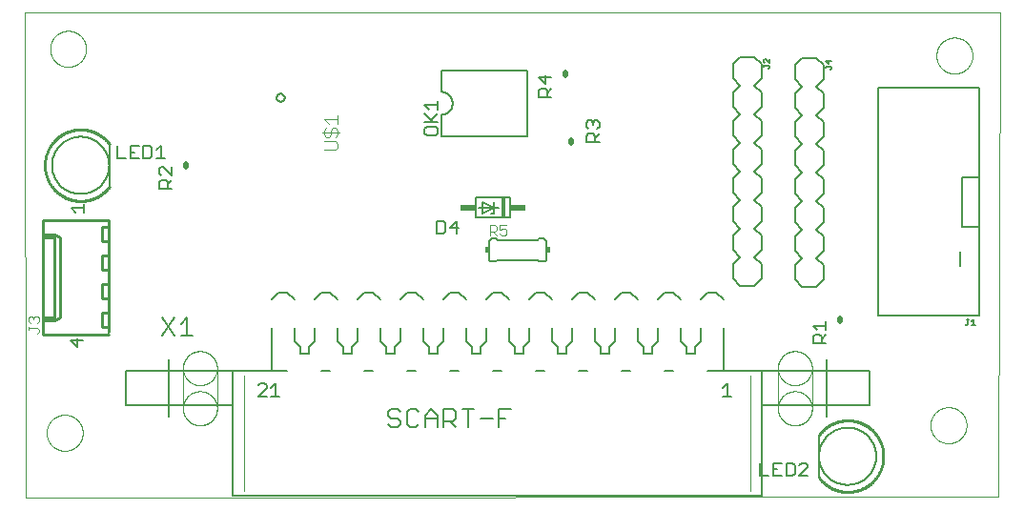
<source format=gto>
G75*
%MOIN*%
%OFA0B0*%
%FSLAX25Y25*%
%IPPOS*%
%LPD*%
%AMOC8*
5,1,8,0,0,1.08239X$1,22.5*
%
%ADD10C,0.00000*%
%ADD11C,0.00800*%
%ADD12C,0.01000*%
%ADD13C,0.00600*%
%ADD14C,0.00500*%
%ADD15C,0.02000*%
%ADD16C,0.00200*%
%ADD17C,0.00009*%
%ADD18C,0.00700*%
%ADD19R,0.01500X0.07000*%
%ADD20R,0.05500X0.02000*%
%ADD21C,0.00400*%
%ADD22R,0.01500X0.02000*%
D10*
X0002378Y0001591D02*
X0001984Y0171394D01*
X0343008Y0171394D01*
X0342614Y0001984D01*
X0002378Y0001591D01*
X0009780Y0024346D02*
X0009782Y0024504D01*
X0009788Y0024662D01*
X0009798Y0024820D01*
X0009812Y0024978D01*
X0009830Y0025135D01*
X0009851Y0025292D01*
X0009877Y0025448D01*
X0009907Y0025604D01*
X0009940Y0025759D01*
X0009978Y0025912D01*
X0010019Y0026065D01*
X0010064Y0026217D01*
X0010113Y0026368D01*
X0010166Y0026517D01*
X0010222Y0026665D01*
X0010282Y0026811D01*
X0010346Y0026956D01*
X0010414Y0027099D01*
X0010485Y0027241D01*
X0010559Y0027381D01*
X0010637Y0027518D01*
X0010719Y0027654D01*
X0010803Y0027788D01*
X0010892Y0027919D01*
X0010983Y0028048D01*
X0011078Y0028175D01*
X0011175Y0028300D01*
X0011276Y0028422D01*
X0011380Y0028541D01*
X0011487Y0028658D01*
X0011597Y0028772D01*
X0011710Y0028883D01*
X0011825Y0028992D01*
X0011943Y0029097D01*
X0012064Y0029199D01*
X0012187Y0029299D01*
X0012313Y0029395D01*
X0012441Y0029488D01*
X0012571Y0029578D01*
X0012704Y0029664D01*
X0012839Y0029748D01*
X0012975Y0029827D01*
X0013114Y0029904D01*
X0013255Y0029976D01*
X0013397Y0030046D01*
X0013541Y0030111D01*
X0013687Y0030173D01*
X0013834Y0030231D01*
X0013983Y0030286D01*
X0014133Y0030337D01*
X0014284Y0030384D01*
X0014436Y0030427D01*
X0014589Y0030466D01*
X0014744Y0030502D01*
X0014899Y0030533D01*
X0015055Y0030561D01*
X0015211Y0030585D01*
X0015368Y0030605D01*
X0015526Y0030621D01*
X0015683Y0030633D01*
X0015842Y0030641D01*
X0016000Y0030645D01*
X0016158Y0030645D01*
X0016316Y0030641D01*
X0016475Y0030633D01*
X0016632Y0030621D01*
X0016790Y0030605D01*
X0016947Y0030585D01*
X0017103Y0030561D01*
X0017259Y0030533D01*
X0017414Y0030502D01*
X0017569Y0030466D01*
X0017722Y0030427D01*
X0017874Y0030384D01*
X0018025Y0030337D01*
X0018175Y0030286D01*
X0018324Y0030231D01*
X0018471Y0030173D01*
X0018617Y0030111D01*
X0018761Y0030046D01*
X0018903Y0029976D01*
X0019044Y0029904D01*
X0019183Y0029827D01*
X0019319Y0029748D01*
X0019454Y0029664D01*
X0019587Y0029578D01*
X0019717Y0029488D01*
X0019845Y0029395D01*
X0019971Y0029299D01*
X0020094Y0029199D01*
X0020215Y0029097D01*
X0020333Y0028992D01*
X0020448Y0028883D01*
X0020561Y0028772D01*
X0020671Y0028658D01*
X0020778Y0028541D01*
X0020882Y0028422D01*
X0020983Y0028300D01*
X0021080Y0028175D01*
X0021175Y0028048D01*
X0021266Y0027919D01*
X0021355Y0027788D01*
X0021439Y0027654D01*
X0021521Y0027518D01*
X0021599Y0027381D01*
X0021673Y0027241D01*
X0021744Y0027099D01*
X0021812Y0026956D01*
X0021876Y0026811D01*
X0021936Y0026665D01*
X0021992Y0026517D01*
X0022045Y0026368D01*
X0022094Y0026217D01*
X0022139Y0026065D01*
X0022180Y0025912D01*
X0022218Y0025759D01*
X0022251Y0025604D01*
X0022281Y0025448D01*
X0022307Y0025292D01*
X0022328Y0025135D01*
X0022346Y0024978D01*
X0022360Y0024820D01*
X0022370Y0024662D01*
X0022376Y0024504D01*
X0022378Y0024346D01*
X0022376Y0024188D01*
X0022370Y0024030D01*
X0022360Y0023872D01*
X0022346Y0023714D01*
X0022328Y0023557D01*
X0022307Y0023400D01*
X0022281Y0023244D01*
X0022251Y0023088D01*
X0022218Y0022933D01*
X0022180Y0022780D01*
X0022139Y0022627D01*
X0022094Y0022475D01*
X0022045Y0022324D01*
X0021992Y0022175D01*
X0021936Y0022027D01*
X0021876Y0021881D01*
X0021812Y0021736D01*
X0021744Y0021593D01*
X0021673Y0021451D01*
X0021599Y0021311D01*
X0021521Y0021174D01*
X0021439Y0021038D01*
X0021355Y0020904D01*
X0021266Y0020773D01*
X0021175Y0020644D01*
X0021080Y0020517D01*
X0020983Y0020392D01*
X0020882Y0020270D01*
X0020778Y0020151D01*
X0020671Y0020034D01*
X0020561Y0019920D01*
X0020448Y0019809D01*
X0020333Y0019700D01*
X0020215Y0019595D01*
X0020094Y0019493D01*
X0019971Y0019393D01*
X0019845Y0019297D01*
X0019717Y0019204D01*
X0019587Y0019114D01*
X0019454Y0019028D01*
X0019319Y0018944D01*
X0019183Y0018865D01*
X0019044Y0018788D01*
X0018903Y0018716D01*
X0018761Y0018646D01*
X0018617Y0018581D01*
X0018471Y0018519D01*
X0018324Y0018461D01*
X0018175Y0018406D01*
X0018025Y0018355D01*
X0017874Y0018308D01*
X0017722Y0018265D01*
X0017569Y0018226D01*
X0017414Y0018190D01*
X0017259Y0018159D01*
X0017103Y0018131D01*
X0016947Y0018107D01*
X0016790Y0018087D01*
X0016632Y0018071D01*
X0016475Y0018059D01*
X0016316Y0018051D01*
X0016158Y0018047D01*
X0016000Y0018047D01*
X0015842Y0018051D01*
X0015683Y0018059D01*
X0015526Y0018071D01*
X0015368Y0018087D01*
X0015211Y0018107D01*
X0015055Y0018131D01*
X0014899Y0018159D01*
X0014744Y0018190D01*
X0014589Y0018226D01*
X0014436Y0018265D01*
X0014284Y0018308D01*
X0014133Y0018355D01*
X0013983Y0018406D01*
X0013834Y0018461D01*
X0013687Y0018519D01*
X0013541Y0018581D01*
X0013397Y0018646D01*
X0013255Y0018716D01*
X0013114Y0018788D01*
X0012975Y0018865D01*
X0012839Y0018944D01*
X0012704Y0019028D01*
X0012571Y0019114D01*
X0012441Y0019204D01*
X0012313Y0019297D01*
X0012187Y0019393D01*
X0012064Y0019493D01*
X0011943Y0019595D01*
X0011825Y0019700D01*
X0011710Y0019809D01*
X0011597Y0019920D01*
X0011487Y0020034D01*
X0011380Y0020151D01*
X0011276Y0020270D01*
X0011175Y0020392D01*
X0011078Y0020517D01*
X0010983Y0020644D01*
X0010892Y0020773D01*
X0010803Y0020904D01*
X0010719Y0021038D01*
X0010637Y0021174D01*
X0010559Y0021311D01*
X0010485Y0021451D01*
X0010414Y0021593D01*
X0010346Y0021736D01*
X0010282Y0021881D01*
X0010222Y0022027D01*
X0010166Y0022175D01*
X0010113Y0022324D01*
X0010064Y0022475D01*
X0010019Y0022627D01*
X0009978Y0022780D01*
X0009940Y0022933D01*
X0009907Y0023088D01*
X0009877Y0023244D01*
X0009851Y0023400D01*
X0009830Y0023557D01*
X0009812Y0023714D01*
X0009798Y0023872D01*
X0009788Y0024030D01*
X0009782Y0024188D01*
X0009780Y0024346D01*
X0057428Y0032921D02*
X0057430Y0033075D01*
X0057436Y0033229D01*
X0057446Y0033382D01*
X0057460Y0033535D01*
X0057478Y0033688D01*
X0057499Y0033840D01*
X0057525Y0033992D01*
X0057555Y0034143D01*
X0057588Y0034293D01*
X0057626Y0034442D01*
X0057667Y0034591D01*
X0057712Y0034738D01*
X0057761Y0034884D01*
X0057814Y0035028D01*
X0057870Y0035171D01*
X0057930Y0035313D01*
X0057994Y0035453D01*
X0058061Y0035591D01*
X0058132Y0035728D01*
X0058206Y0035863D01*
X0058284Y0035995D01*
X0058365Y0036126D01*
X0058450Y0036255D01*
X0058537Y0036381D01*
X0058628Y0036505D01*
X0058723Y0036626D01*
X0058820Y0036746D01*
X0058920Y0036862D01*
X0059024Y0036976D01*
X0059130Y0037087D01*
X0059239Y0037196D01*
X0059351Y0037301D01*
X0059466Y0037404D01*
X0059583Y0037504D01*
X0059703Y0037600D01*
X0059825Y0037694D01*
X0059949Y0037784D01*
X0060076Y0037871D01*
X0060205Y0037955D01*
X0060337Y0038035D01*
X0060470Y0038112D01*
X0060605Y0038185D01*
X0060742Y0038255D01*
X0060881Y0038322D01*
X0061021Y0038384D01*
X0061163Y0038443D01*
X0061307Y0038499D01*
X0061452Y0038551D01*
X0061598Y0038598D01*
X0061745Y0038643D01*
X0061894Y0038683D01*
X0062043Y0038719D01*
X0062194Y0038752D01*
X0062345Y0038781D01*
X0062497Y0038805D01*
X0062649Y0038826D01*
X0062802Y0038843D01*
X0062955Y0038856D01*
X0063109Y0038865D01*
X0063263Y0038870D01*
X0063416Y0038871D01*
X0063570Y0038868D01*
X0063724Y0038861D01*
X0063877Y0038850D01*
X0064031Y0038835D01*
X0064183Y0038816D01*
X0064335Y0038793D01*
X0064487Y0038767D01*
X0064638Y0038736D01*
X0064788Y0038702D01*
X0064937Y0038663D01*
X0065084Y0038621D01*
X0065231Y0038575D01*
X0065377Y0038525D01*
X0065521Y0038472D01*
X0065664Y0038414D01*
X0065805Y0038353D01*
X0065945Y0038289D01*
X0066083Y0038221D01*
X0066219Y0038149D01*
X0066353Y0038074D01*
X0066485Y0037995D01*
X0066615Y0037913D01*
X0066743Y0037828D01*
X0066869Y0037739D01*
X0066992Y0037647D01*
X0067113Y0037552D01*
X0067232Y0037454D01*
X0067348Y0037353D01*
X0067461Y0037249D01*
X0067572Y0037142D01*
X0067679Y0037032D01*
X0067784Y0036919D01*
X0067886Y0036804D01*
X0067985Y0036686D01*
X0068081Y0036566D01*
X0068174Y0036443D01*
X0068263Y0036318D01*
X0068349Y0036191D01*
X0068432Y0036061D01*
X0068512Y0035929D01*
X0068588Y0035796D01*
X0068660Y0035660D01*
X0068729Y0035522D01*
X0068795Y0035383D01*
X0068857Y0035242D01*
X0068915Y0035100D01*
X0068969Y0034956D01*
X0069020Y0034811D01*
X0069067Y0034664D01*
X0069110Y0034517D01*
X0069149Y0034368D01*
X0069185Y0034218D01*
X0069216Y0034068D01*
X0069244Y0033916D01*
X0069268Y0033764D01*
X0069288Y0033612D01*
X0069304Y0033459D01*
X0069316Y0033305D01*
X0069324Y0033152D01*
X0069328Y0032998D01*
X0069328Y0032844D01*
X0069324Y0032690D01*
X0069316Y0032537D01*
X0069304Y0032383D01*
X0069288Y0032230D01*
X0069268Y0032078D01*
X0069244Y0031926D01*
X0069216Y0031774D01*
X0069185Y0031624D01*
X0069149Y0031474D01*
X0069110Y0031325D01*
X0069067Y0031178D01*
X0069020Y0031031D01*
X0068969Y0030886D01*
X0068915Y0030742D01*
X0068857Y0030600D01*
X0068795Y0030459D01*
X0068729Y0030320D01*
X0068660Y0030182D01*
X0068588Y0030046D01*
X0068512Y0029913D01*
X0068432Y0029781D01*
X0068349Y0029651D01*
X0068263Y0029524D01*
X0068174Y0029399D01*
X0068081Y0029276D01*
X0067985Y0029156D01*
X0067886Y0029038D01*
X0067784Y0028923D01*
X0067679Y0028810D01*
X0067572Y0028700D01*
X0067461Y0028593D01*
X0067348Y0028489D01*
X0067232Y0028388D01*
X0067113Y0028290D01*
X0066992Y0028195D01*
X0066869Y0028103D01*
X0066743Y0028014D01*
X0066615Y0027929D01*
X0066485Y0027847D01*
X0066353Y0027768D01*
X0066219Y0027693D01*
X0066083Y0027621D01*
X0065945Y0027553D01*
X0065805Y0027489D01*
X0065664Y0027428D01*
X0065521Y0027370D01*
X0065377Y0027317D01*
X0065231Y0027267D01*
X0065084Y0027221D01*
X0064937Y0027179D01*
X0064788Y0027140D01*
X0064638Y0027106D01*
X0064487Y0027075D01*
X0064335Y0027049D01*
X0064183Y0027026D01*
X0064031Y0027007D01*
X0063877Y0026992D01*
X0063724Y0026981D01*
X0063570Y0026974D01*
X0063416Y0026971D01*
X0063263Y0026972D01*
X0063109Y0026977D01*
X0062955Y0026986D01*
X0062802Y0026999D01*
X0062649Y0027016D01*
X0062497Y0027037D01*
X0062345Y0027061D01*
X0062194Y0027090D01*
X0062043Y0027123D01*
X0061894Y0027159D01*
X0061745Y0027199D01*
X0061598Y0027244D01*
X0061452Y0027291D01*
X0061307Y0027343D01*
X0061163Y0027399D01*
X0061021Y0027458D01*
X0060881Y0027520D01*
X0060742Y0027587D01*
X0060605Y0027657D01*
X0060470Y0027730D01*
X0060337Y0027807D01*
X0060205Y0027887D01*
X0060076Y0027971D01*
X0059949Y0028058D01*
X0059825Y0028148D01*
X0059703Y0028242D01*
X0059583Y0028338D01*
X0059466Y0028438D01*
X0059351Y0028541D01*
X0059239Y0028646D01*
X0059130Y0028755D01*
X0059024Y0028866D01*
X0058920Y0028980D01*
X0058820Y0029096D01*
X0058723Y0029216D01*
X0058628Y0029337D01*
X0058537Y0029461D01*
X0058450Y0029587D01*
X0058365Y0029716D01*
X0058284Y0029847D01*
X0058206Y0029979D01*
X0058132Y0030114D01*
X0058061Y0030251D01*
X0057994Y0030389D01*
X0057930Y0030529D01*
X0057870Y0030671D01*
X0057814Y0030814D01*
X0057761Y0030958D01*
X0057712Y0031104D01*
X0057667Y0031251D01*
X0057626Y0031400D01*
X0057588Y0031549D01*
X0057555Y0031699D01*
X0057525Y0031850D01*
X0057499Y0032002D01*
X0057478Y0032154D01*
X0057460Y0032307D01*
X0057446Y0032460D01*
X0057436Y0032613D01*
X0057430Y0032767D01*
X0057428Y0032921D01*
X0057378Y0032921D02*
X0057380Y0032768D01*
X0057386Y0032615D01*
X0057396Y0032462D01*
X0057409Y0032309D01*
X0057427Y0032157D01*
X0057448Y0032005D01*
X0057474Y0031854D01*
X0057503Y0031704D01*
X0057536Y0031554D01*
X0057573Y0031405D01*
X0057613Y0031257D01*
X0057658Y0031111D01*
X0057706Y0030965D01*
X0057758Y0030821D01*
X0057813Y0030678D01*
X0057872Y0030537D01*
X0057935Y0030397D01*
X0058001Y0030259D01*
X0058071Y0030122D01*
X0058144Y0029988D01*
X0058221Y0029855D01*
X0058301Y0029724D01*
X0058384Y0029596D01*
X0058470Y0029469D01*
X0058560Y0029345D01*
X0058653Y0029223D01*
X0058749Y0029104D01*
X0058848Y0028987D01*
X0058950Y0028872D01*
X0059055Y0028760D01*
X0059163Y0028651D01*
X0059273Y0028545D01*
X0059386Y0028442D01*
X0059502Y0028341D01*
X0059620Y0028244D01*
X0059741Y0028149D01*
X0059864Y0028058D01*
X0059989Y0027970D01*
X0060117Y0027885D01*
X0060246Y0027803D01*
X0060378Y0027725D01*
X0060512Y0027650D01*
X0060647Y0027578D01*
X0060785Y0027510D01*
X0060924Y0027446D01*
X0061064Y0027385D01*
X0061206Y0027328D01*
X0061350Y0027274D01*
X0061495Y0027224D01*
X0061641Y0027178D01*
X0061788Y0027135D01*
X0061936Y0027097D01*
X0062086Y0027062D01*
X0062236Y0027031D01*
X0062386Y0027003D01*
X0062538Y0026980D01*
X0062690Y0026961D01*
X0062842Y0026945D01*
X0062995Y0026933D01*
X0063148Y0026925D01*
X0063301Y0026921D01*
X0063455Y0026921D01*
X0063608Y0026925D01*
X0063761Y0026933D01*
X0063914Y0026945D01*
X0064066Y0026961D01*
X0064218Y0026980D01*
X0064370Y0027003D01*
X0064520Y0027031D01*
X0064670Y0027062D01*
X0064820Y0027097D01*
X0064968Y0027135D01*
X0065115Y0027178D01*
X0065261Y0027224D01*
X0065406Y0027274D01*
X0065550Y0027328D01*
X0065692Y0027385D01*
X0065832Y0027446D01*
X0065971Y0027510D01*
X0066109Y0027578D01*
X0066244Y0027650D01*
X0066378Y0027725D01*
X0066510Y0027803D01*
X0066639Y0027885D01*
X0066767Y0027970D01*
X0066892Y0028058D01*
X0067015Y0028149D01*
X0067136Y0028244D01*
X0067254Y0028341D01*
X0067370Y0028442D01*
X0067483Y0028545D01*
X0067593Y0028651D01*
X0067701Y0028760D01*
X0067806Y0028872D01*
X0067908Y0028987D01*
X0068007Y0029104D01*
X0068103Y0029223D01*
X0068196Y0029345D01*
X0068286Y0029469D01*
X0068372Y0029596D01*
X0068455Y0029724D01*
X0068535Y0029855D01*
X0068612Y0029988D01*
X0068685Y0030122D01*
X0068755Y0030259D01*
X0068821Y0030397D01*
X0068884Y0030537D01*
X0068943Y0030678D01*
X0068998Y0030821D01*
X0069050Y0030965D01*
X0069098Y0031111D01*
X0069143Y0031257D01*
X0069183Y0031405D01*
X0069220Y0031554D01*
X0069253Y0031704D01*
X0069282Y0031854D01*
X0069308Y0032005D01*
X0069329Y0032157D01*
X0069347Y0032309D01*
X0069360Y0032462D01*
X0069370Y0032615D01*
X0069376Y0032768D01*
X0069378Y0032921D01*
X0057428Y0046921D02*
X0057430Y0047075D01*
X0057436Y0047229D01*
X0057446Y0047382D01*
X0057460Y0047535D01*
X0057478Y0047688D01*
X0057499Y0047840D01*
X0057525Y0047992D01*
X0057555Y0048143D01*
X0057588Y0048293D01*
X0057626Y0048442D01*
X0057667Y0048591D01*
X0057712Y0048738D01*
X0057761Y0048884D01*
X0057814Y0049028D01*
X0057870Y0049171D01*
X0057930Y0049313D01*
X0057994Y0049453D01*
X0058061Y0049591D01*
X0058132Y0049728D01*
X0058206Y0049863D01*
X0058284Y0049995D01*
X0058365Y0050126D01*
X0058450Y0050255D01*
X0058537Y0050381D01*
X0058628Y0050505D01*
X0058723Y0050626D01*
X0058820Y0050746D01*
X0058920Y0050862D01*
X0059024Y0050976D01*
X0059130Y0051087D01*
X0059239Y0051196D01*
X0059351Y0051301D01*
X0059466Y0051404D01*
X0059583Y0051504D01*
X0059703Y0051600D01*
X0059825Y0051694D01*
X0059949Y0051784D01*
X0060076Y0051871D01*
X0060205Y0051955D01*
X0060337Y0052035D01*
X0060470Y0052112D01*
X0060605Y0052185D01*
X0060742Y0052255D01*
X0060881Y0052322D01*
X0061021Y0052384D01*
X0061163Y0052443D01*
X0061307Y0052499D01*
X0061452Y0052551D01*
X0061598Y0052598D01*
X0061745Y0052643D01*
X0061894Y0052683D01*
X0062043Y0052719D01*
X0062194Y0052752D01*
X0062345Y0052781D01*
X0062497Y0052805D01*
X0062649Y0052826D01*
X0062802Y0052843D01*
X0062955Y0052856D01*
X0063109Y0052865D01*
X0063263Y0052870D01*
X0063416Y0052871D01*
X0063570Y0052868D01*
X0063724Y0052861D01*
X0063877Y0052850D01*
X0064031Y0052835D01*
X0064183Y0052816D01*
X0064335Y0052793D01*
X0064487Y0052767D01*
X0064638Y0052736D01*
X0064788Y0052702D01*
X0064937Y0052663D01*
X0065084Y0052621D01*
X0065231Y0052575D01*
X0065377Y0052525D01*
X0065521Y0052472D01*
X0065664Y0052414D01*
X0065805Y0052353D01*
X0065945Y0052289D01*
X0066083Y0052221D01*
X0066219Y0052149D01*
X0066353Y0052074D01*
X0066485Y0051995D01*
X0066615Y0051913D01*
X0066743Y0051828D01*
X0066869Y0051739D01*
X0066992Y0051647D01*
X0067113Y0051552D01*
X0067232Y0051454D01*
X0067348Y0051353D01*
X0067461Y0051249D01*
X0067572Y0051142D01*
X0067679Y0051032D01*
X0067784Y0050919D01*
X0067886Y0050804D01*
X0067985Y0050686D01*
X0068081Y0050566D01*
X0068174Y0050443D01*
X0068263Y0050318D01*
X0068349Y0050191D01*
X0068432Y0050061D01*
X0068512Y0049929D01*
X0068588Y0049796D01*
X0068660Y0049660D01*
X0068729Y0049522D01*
X0068795Y0049383D01*
X0068857Y0049242D01*
X0068915Y0049100D01*
X0068969Y0048956D01*
X0069020Y0048811D01*
X0069067Y0048664D01*
X0069110Y0048517D01*
X0069149Y0048368D01*
X0069185Y0048218D01*
X0069216Y0048068D01*
X0069244Y0047916D01*
X0069268Y0047764D01*
X0069288Y0047612D01*
X0069304Y0047459D01*
X0069316Y0047305D01*
X0069324Y0047152D01*
X0069328Y0046998D01*
X0069328Y0046844D01*
X0069324Y0046690D01*
X0069316Y0046537D01*
X0069304Y0046383D01*
X0069288Y0046230D01*
X0069268Y0046078D01*
X0069244Y0045926D01*
X0069216Y0045774D01*
X0069185Y0045624D01*
X0069149Y0045474D01*
X0069110Y0045325D01*
X0069067Y0045178D01*
X0069020Y0045031D01*
X0068969Y0044886D01*
X0068915Y0044742D01*
X0068857Y0044600D01*
X0068795Y0044459D01*
X0068729Y0044320D01*
X0068660Y0044182D01*
X0068588Y0044046D01*
X0068512Y0043913D01*
X0068432Y0043781D01*
X0068349Y0043651D01*
X0068263Y0043524D01*
X0068174Y0043399D01*
X0068081Y0043276D01*
X0067985Y0043156D01*
X0067886Y0043038D01*
X0067784Y0042923D01*
X0067679Y0042810D01*
X0067572Y0042700D01*
X0067461Y0042593D01*
X0067348Y0042489D01*
X0067232Y0042388D01*
X0067113Y0042290D01*
X0066992Y0042195D01*
X0066869Y0042103D01*
X0066743Y0042014D01*
X0066615Y0041929D01*
X0066485Y0041847D01*
X0066353Y0041768D01*
X0066219Y0041693D01*
X0066083Y0041621D01*
X0065945Y0041553D01*
X0065805Y0041489D01*
X0065664Y0041428D01*
X0065521Y0041370D01*
X0065377Y0041317D01*
X0065231Y0041267D01*
X0065084Y0041221D01*
X0064937Y0041179D01*
X0064788Y0041140D01*
X0064638Y0041106D01*
X0064487Y0041075D01*
X0064335Y0041049D01*
X0064183Y0041026D01*
X0064031Y0041007D01*
X0063877Y0040992D01*
X0063724Y0040981D01*
X0063570Y0040974D01*
X0063416Y0040971D01*
X0063263Y0040972D01*
X0063109Y0040977D01*
X0062955Y0040986D01*
X0062802Y0040999D01*
X0062649Y0041016D01*
X0062497Y0041037D01*
X0062345Y0041061D01*
X0062194Y0041090D01*
X0062043Y0041123D01*
X0061894Y0041159D01*
X0061745Y0041199D01*
X0061598Y0041244D01*
X0061452Y0041291D01*
X0061307Y0041343D01*
X0061163Y0041399D01*
X0061021Y0041458D01*
X0060881Y0041520D01*
X0060742Y0041587D01*
X0060605Y0041657D01*
X0060470Y0041730D01*
X0060337Y0041807D01*
X0060205Y0041887D01*
X0060076Y0041971D01*
X0059949Y0042058D01*
X0059825Y0042148D01*
X0059703Y0042242D01*
X0059583Y0042338D01*
X0059466Y0042438D01*
X0059351Y0042541D01*
X0059239Y0042646D01*
X0059130Y0042755D01*
X0059024Y0042866D01*
X0058920Y0042980D01*
X0058820Y0043096D01*
X0058723Y0043216D01*
X0058628Y0043337D01*
X0058537Y0043461D01*
X0058450Y0043587D01*
X0058365Y0043716D01*
X0058284Y0043847D01*
X0058206Y0043979D01*
X0058132Y0044114D01*
X0058061Y0044251D01*
X0057994Y0044389D01*
X0057930Y0044529D01*
X0057870Y0044671D01*
X0057814Y0044814D01*
X0057761Y0044958D01*
X0057712Y0045104D01*
X0057667Y0045251D01*
X0057626Y0045400D01*
X0057588Y0045549D01*
X0057555Y0045699D01*
X0057525Y0045850D01*
X0057499Y0046002D01*
X0057478Y0046154D01*
X0057460Y0046307D01*
X0057446Y0046460D01*
X0057436Y0046613D01*
X0057430Y0046767D01*
X0057428Y0046921D01*
X0057378Y0046921D02*
X0057380Y0047074D01*
X0057386Y0047227D01*
X0057396Y0047380D01*
X0057409Y0047533D01*
X0057427Y0047685D01*
X0057448Y0047837D01*
X0057474Y0047988D01*
X0057503Y0048138D01*
X0057536Y0048288D01*
X0057573Y0048437D01*
X0057613Y0048585D01*
X0057658Y0048731D01*
X0057706Y0048877D01*
X0057758Y0049021D01*
X0057813Y0049164D01*
X0057872Y0049305D01*
X0057935Y0049445D01*
X0058001Y0049583D01*
X0058071Y0049720D01*
X0058144Y0049854D01*
X0058221Y0049987D01*
X0058301Y0050118D01*
X0058384Y0050246D01*
X0058470Y0050373D01*
X0058560Y0050497D01*
X0058653Y0050619D01*
X0058749Y0050738D01*
X0058848Y0050855D01*
X0058950Y0050970D01*
X0059055Y0051082D01*
X0059163Y0051191D01*
X0059273Y0051297D01*
X0059386Y0051400D01*
X0059502Y0051501D01*
X0059620Y0051598D01*
X0059741Y0051693D01*
X0059864Y0051784D01*
X0059989Y0051872D01*
X0060117Y0051957D01*
X0060246Y0052039D01*
X0060378Y0052117D01*
X0060512Y0052192D01*
X0060647Y0052264D01*
X0060785Y0052332D01*
X0060924Y0052396D01*
X0061064Y0052457D01*
X0061206Y0052514D01*
X0061350Y0052568D01*
X0061495Y0052618D01*
X0061641Y0052664D01*
X0061788Y0052707D01*
X0061936Y0052745D01*
X0062086Y0052780D01*
X0062236Y0052811D01*
X0062386Y0052839D01*
X0062538Y0052862D01*
X0062690Y0052881D01*
X0062842Y0052897D01*
X0062995Y0052909D01*
X0063148Y0052917D01*
X0063301Y0052921D01*
X0063455Y0052921D01*
X0063608Y0052917D01*
X0063761Y0052909D01*
X0063914Y0052897D01*
X0064066Y0052881D01*
X0064218Y0052862D01*
X0064370Y0052839D01*
X0064520Y0052811D01*
X0064670Y0052780D01*
X0064820Y0052745D01*
X0064968Y0052707D01*
X0065115Y0052664D01*
X0065261Y0052618D01*
X0065406Y0052568D01*
X0065550Y0052514D01*
X0065692Y0052457D01*
X0065832Y0052396D01*
X0065971Y0052332D01*
X0066109Y0052264D01*
X0066244Y0052192D01*
X0066378Y0052117D01*
X0066510Y0052039D01*
X0066639Y0051957D01*
X0066767Y0051872D01*
X0066892Y0051784D01*
X0067015Y0051693D01*
X0067136Y0051598D01*
X0067254Y0051501D01*
X0067370Y0051400D01*
X0067483Y0051297D01*
X0067593Y0051191D01*
X0067701Y0051082D01*
X0067806Y0050970D01*
X0067908Y0050855D01*
X0068007Y0050738D01*
X0068103Y0050619D01*
X0068196Y0050497D01*
X0068286Y0050373D01*
X0068372Y0050246D01*
X0068455Y0050118D01*
X0068535Y0049987D01*
X0068612Y0049854D01*
X0068685Y0049720D01*
X0068755Y0049583D01*
X0068821Y0049445D01*
X0068884Y0049305D01*
X0068943Y0049164D01*
X0068998Y0049021D01*
X0069050Y0048877D01*
X0069098Y0048731D01*
X0069143Y0048585D01*
X0069183Y0048437D01*
X0069220Y0048288D01*
X0069253Y0048138D01*
X0069282Y0047988D01*
X0069308Y0047837D01*
X0069329Y0047685D01*
X0069347Y0047533D01*
X0069360Y0047380D01*
X0069370Y0047227D01*
X0069376Y0047074D01*
X0069378Y0046921D01*
X0265428Y0046921D02*
X0265430Y0047075D01*
X0265436Y0047229D01*
X0265446Y0047382D01*
X0265460Y0047535D01*
X0265478Y0047688D01*
X0265499Y0047840D01*
X0265525Y0047992D01*
X0265555Y0048143D01*
X0265588Y0048293D01*
X0265626Y0048442D01*
X0265667Y0048591D01*
X0265712Y0048738D01*
X0265761Y0048884D01*
X0265814Y0049028D01*
X0265870Y0049171D01*
X0265930Y0049313D01*
X0265994Y0049453D01*
X0266061Y0049591D01*
X0266132Y0049728D01*
X0266206Y0049863D01*
X0266284Y0049995D01*
X0266365Y0050126D01*
X0266450Y0050255D01*
X0266537Y0050381D01*
X0266628Y0050505D01*
X0266723Y0050626D01*
X0266820Y0050746D01*
X0266920Y0050862D01*
X0267024Y0050976D01*
X0267130Y0051087D01*
X0267239Y0051196D01*
X0267351Y0051301D01*
X0267466Y0051404D01*
X0267583Y0051504D01*
X0267703Y0051600D01*
X0267825Y0051694D01*
X0267949Y0051784D01*
X0268076Y0051871D01*
X0268205Y0051955D01*
X0268337Y0052035D01*
X0268470Y0052112D01*
X0268605Y0052185D01*
X0268742Y0052255D01*
X0268881Y0052322D01*
X0269021Y0052384D01*
X0269163Y0052443D01*
X0269307Y0052499D01*
X0269452Y0052551D01*
X0269598Y0052598D01*
X0269745Y0052643D01*
X0269894Y0052683D01*
X0270043Y0052719D01*
X0270194Y0052752D01*
X0270345Y0052781D01*
X0270497Y0052805D01*
X0270649Y0052826D01*
X0270802Y0052843D01*
X0270955Y0052856D01*
X0271109Y0052865D01*
X0271263Y0052870D01*
X0271416Y0052871D01*
X0271570Y0052868D01*
X0271724Y0052861D01*
X0271877Y0052850D01*
X0272031Y0052835D01*
X0272183Y0052816D01*
X0272335Y0052793D01*
X0272487Y0052767D01*
X0272638Y0052736D01*
X0272788Y0052702D01*
X0272937Y0052663D01*
X0273084Y0052621D01*
X0273231Y0052575D01*
X0273377Y0052525D01*
X0273521Y0052472D01*
X0273664Y0052414D01*
X0273805Y0052353D01*
X0273945Y0052289D01*
X0274083Y0052221D01*
X0274219Y0052149D01*
X0274353Y0052074D01*
X0274485Y0051995D01*
X0274615Y0051913D01*
X0274743Y0051828D01*
X0274869Y0051739D01*
X0274992Y0051647D01*
X0275113Y0051552D01*
X0275232Y0051454D01*
X0275348Y0051353D01*
X0275461Y0051249D01*
X0275572Y0051142D01*
X0275679Y0051032D01*
X0275784Y0050919D01*
X0275886Y0050804D01*
X0275985Y0050686D01*
X0276081Y0050566D01*
X0276174Y0050443D01*
X0276263Y0050318D01*
X0276349Y0050191D01*
X0276432Y0050061D01*
X0276512Y0049929D01*
X0276588Y0049796D01*
X0276660Y0049660D01*
X0276729Y0049522D01*
X0276795Y0049383D01*
X0276857Y0049242D01*
X0276915Y0049100D01*
X0276969Y0048956D01*
X0277020Y0048811D01*
X0277067Y0048664D01*
X0277110Y0048517D01*
X0277149Y0048368D01*
X0277185Y0048218D01*
X0277216Y0048068D01*
X0277244Y0047916D01*
X0277268Y0047764D01*
X0277288Y0047612D01*
X0277304Y0047459D01*
X0277316Y0047305D01*
X0277324Y0047152D01*
X0277328Y0046998D01*
X0277328Y0046844D01*
X0277324Y0046690D01*
X0277316Y0046537D01*
X0277304Y0046383D01*
X0277288Y0046230D01*
X0277268Y0046078D01*
X0277244Y0045926D01*
X0277216Y0045774D01*
X0277185Y0045624D01*
X0277149Y0045474D01*
X0277110Y0045325D01*
X0277067Y0045178D01*
X0277020Y0045031D01*
X0276969Y0044886D01*
X0276915Y0044742D01*
X0276857Y0044600D01*
X0276795Y0044459D01*
X0276729Y0044320D01*
X0276660Y0044182D01*
X0276588Y0044046D01*
X0276512Y0043913D01*
X0276432Y0043781D01*
X0276349Y0043651D01*
X0276263Y0043524D01*
X0276174Y0043399D01*
X0276081Y0043276D01*
X0275985Y0043156D01*
X0275886Y0043038D01*
X0275784Y0042923D01*
X0275679Y0042810D01*
X0275572Y0042700D01*
X0275461Y0042593D01*
X0275348Y0042489D01*
X0275232Y0042388D01*
X0275113Y0042290D01*
X0274992Y0042195D01*
X0274869Y0042103D01*
X0274743Y0042014D01*
X0274615Y0041929D01*
X0274485Y0041847D01*
X0274353Y0041768D01*
X0274219Y0041693D01*
X0274083Y0041621D01*
X0273945Y0041553D01*
X0273805Y0041489D01*
X0273664Y0041428D01*
X0273521Y0041370D01*
X0273377Y0041317D01*
X0273231Y0041267D01*
X0273084Y0041221D01*
X0272937Y0041179D01*
X0272788Y0041140D01*
X0272638Y0041106D01*
X0272487Y0041075D01*
X0272335Y0041049D01*
X0272183Y0041026D01*
X0272031Y0041007D01*
X0271877Y0040992D01*
X0271724Y0040981D01*
X0271570Y0040974D01*
X0271416Y0040971D01*
X0271263Y0040972D01*
X0271109Y0040977D01*
X0270955Y0040986D01*
X0270802Y0040999D01*
X0270649Y0041016D01*
X0270497Y0041037D01*
X0270345Y0041061D01*
X0270194Y0041090D01*
X0270043Y0041123D01*
X0269894Y0041159D01*
X0269745Y0041199D01*
X0269598Y0041244D01*
X0269452Y0041291D01*
X0269307Y0041343D01*
X0269163Y0041399D01*
X0269021Y0041458D01*
X0268881Y0041520D01*
X0268742Y0041587D01*
X0268605Y0041657D01*
X0268470Y0041730D01*
X0268337Y0041807D01*
X0268205Y0041887D01*
X0268076Y0041971D01*
X0267949Y0042058D01*
X0267825Y0042148D01*
X0267703Y0042242D01*
X0267583Y0042338D01*
X0267466Y0042438D01*
X0267351Y0042541D01*
X0267239Y0042646D01*
X0267130Y0042755D01*
X0267024Y0042866D01*
X0266920Y0042980D01*
X0266820Y0043096D01*
X0266723Y0043216D01*
X0266628Y0043337D01*
X0266537Y0043461D01*
X0266450Y0043587D01*
X0266365Y0043716D01*
X0266284Y0043847D01*
X0266206Y0043979D01*
X0266132Y0044114D01*
X0266061Y0044251D01*
X0265994Y0044389D01*
X0265930Y0044529D01*
X0265870Y0044671D01*
X0265814Y0044814D01*
X0265761Y0044958D01*
X0265712Y0045104D01*
X0265667Y0045251D01*
X0265626Y0045400D01*
X0265588Y0045549D01*
X0265555Y0045699D01*
X0265525Y0045850D01*
X0265499Y0046002D01*
X0265478Y0046154D01*
X0265460Y0046307D01*
X0265446Y0046460D01*
X0265436Y0046613D01*
X0265430Y0046767D01*
X0265428Y0046921D01*
X0265378Y0046921D02*
X0265380Y0047074D01*
X0265386Y0047227D01*
X0265396Y0047380D01*
X0265409Y0047533D01*
X0265427Y0047685D01*
X0265448Y0047837D01*
X0265474Y0047988D01*
X0265503Y0048138D01*
X0265536Y0048288D01*
X0265573Y0048437D01*
X0265613Y0048585D01*
X0265658Y0048731D01*
X0265706Y0048877D01*
X0265758Y0049021D01*
X0265813Y0049164D01*
X0265872Y0049305D01*
X0265935Y0049445D01*
X0266001Y0049583D01*
X0266071Y0049720D01*
X0266144Y0049854D01*
X0266221Y0049987D01*
X0266301Y0050118D01*
X0266384Y0050246D01*
X0266470Y0050373D01*
X0266560Y0050497D01*
X0266653Y0050619D01*
X0266749Y0050738D01*
X0266848Y0050855D01*
X0266950Y0050970D01*
X0267055Y0051082D01*
X0267163Y0051191D01*
X0267273Y0051297D01*
X0267386Y0051400D01*
X0267502Y0051501D01*
X0267620Y0051598D01*
X0267741Y0051693D01*
X0267864Y0051784D01*
X0267989Y0051872D01*
X0268117Y0051957D01*
X0268246Y0052039D01*
X0268378Y0052117D01*
X0268512Y0052192D01*
X0268647Y0052264D01*
X0268785Y0052332D01*
X0268924Y0052396D01*
X0269064Y0052457D01*
X0269206Y0052514D01*
X0269350Y0052568D01*
X0269495Y0052618D01*
X0269641Y0052664D01*
X0269788Y0052707D01*
X0269936Y0052745D01*
X0270086Y0052780D01*
X0270236Y0052811D01*
X0270386Y0052839D01*
X0270538Y0052862D01*
X0270690Y0052881D01*
X0270842Y0052897D01*
X0270995Y0052909D01*
X0271148Y0052917D01*
X0271301Y0052921D01*
X0271455Y0052921D01*
X0271608Y0052917D01*
X0271761Y0052909D01*
X0271914Y0052897D01*
X0272066Y0052881D01*
X0272218Y0052862D01*
X0272370Y0052839D01*
X0272520Y0052811D01*
X0272670Y0052780D01*
X0272820Y0052745D01*
X0272968Y0052707D01*
X0273115Y0052664D01*
X0273261Y0052618D01*
X0273406Y0052568D01*
X0273550Y0052514D01*
X0273692Y0052457D01*
X0273832Y0052396D01*
X0273971Y0052332D01*
X0274109Y0052264D01*
X0274244Y0052192D01*
X0274378Y0052117D01*
X0274510Y0052039D01*
X0274639Y0051957D01*
X0274767Y0051872D01*
X0274892Y0051784D01*
X0275015Y0051693D01*
X0275136Y0051598D01*
X0275254Y0051501D01*
X0275370Y0051400D01*
X0275483Y0051297D01*
X0275593Y0051191D01*
X0275701Y0051082D01*
X0275806Y0050970D01*
X0275908Y0050855D01*
X0276007Y0050738D01*
X0276103Y0050619D01*
X0276196Y0050497D01*
X0276286Y0050373D01*
X0276372Y0050246D01*
X0276455Y0050118D01*
X0276535Y0049987D01*
X0276612Y0049854D01*
X0276685Y0049720D01*
X0276755Y0049583D01*
X0276821Y0049445D01*
X0276884Y0049305D01*
X0276943Y0049164D01*
X0276998Y0049021D01*
X0277050Y0048877D01*
X0277098Y0048731D01*
X0277143Y0048585D01*
X0277183Y0048437D01*
X0277220Y0048288D01*
X0277253Y0048138D01*
X0277282Y0047988D01*
X0277308Y0047837D01*
X0277329Y0047685D01*
X0277347Y0047533D01*
X0277360Y0047380D01*
X0277370Y0047227D01*
X0277376Y0047074D01*
X0277378Y0046921D01*
X0265428Y0032921D02*
X0265430Y0033075D01*
X0265436Y0033229D01*
X0265446Y0033382D01*
X0265460Y0033535D01*
X0265478Y0033688D01*
X0265499Y0033840D01*
X0265525Y0033992D01*
X0265555Y0034143D01*
X0265588Y0034293D01*
X0265626Y0034442D01*
X0265667Y0034591D01*
X0265712Y0034738D01*
X0265761Y0034884D01*
X0265814Y0035028D01*
X0265870Y0035171D01*
X0265930Y0035313D01*
X0265994Y0035453D01*
X0266061Y0035591D01*
X0266132Y0035728D01*
X0266206Y0035863D01*
X0266284Y0035995D01*
X0266365Y0036126D01*
X0266450Y0036255D01*
X0266537Y0036381D01*
X0266628Y0036505D01*
X0266723Y0036626D01*
X0266820Y0036746D01*
X0266920Y0036862D01*
X0267024Y0036976D01*
X0267130Y0037087D01*
X0267239Y0037196D01*
X0267351Y0037301D01*
X0267466Y0037404D01*
X0267583Y0037504D01*
X0267703Y0037600D01*
X0267825Y0037694D01*
X0267949Y0037784D01*
X0268076Y0037871D01*
X0268205Y0037955D01*
X0268337Y0038035D01*
X0268470Y0038112D01*
X0268605Y0038185D01*
X0268742Y0038255D01*
X0268881Y0038322D01*
X0269021Y0038384D01*
X0269163Y0038443D01*
X0269307Y0038499D01*
X0269452Y0038551D01*
X0269598Y0038598D01*
X0269745Y0038643D01*
X0269894Y0038683D01*
X0270043Y0038719D01*
X0270194Y0038752D01*
X0270345Y0038781D01*
X0270497Y0038805D01*
X0270649Y0038826D01*
X0270802Y0038843D01*
X0270955Y0038856D01*
X0271109Y0038865D01*
X0271263Y0038870D01*
X0271416Y0038871D01*
X0271570Y0038868D01*
X0271724Y0038861D01*
X0271877Y0038850D01*
X0272031Y0038835D01*
X0272183Y0038816D01*
X0272335Y0038793D01*
X0272487Y0038767D01*
X0272638Y0038736D01*
X0272788Y0038702D01*
X0272937Y0038663D01*
X0273084Y0038621D01*
X0273231Y0038575D01*
X0273377Y0038525D01*
X0273521Y0038472D01*
X0273664Y0038414D01*
X0273805Y0038353D01*
X0273945Y0038289D01*
X0274083Y0038221D01*
X0274219Y0038149D01*
X0274353Y0038074D01*
X0274485Y0037995D01*
X0274615Y0037913D01*
X0274743Y0037828D01*
X0274869Y0037739D01*
X0274992Y0037647D01*
X0275113Y0037552D01*
X0275232Y0037454D01*
X0275348Y0037353D01*
X0275461Y0037249D01*
X0275572Y0037142D01*
X0275679Y0037032D01*
X0275784Y0036919D01*
X0275886Y0036804D01*
X0275985Y0036686D01*
X0276081Y0036566D01*
X0276174Y0036443D01*
X0276263Y0036318D01*
X0276349Y0036191D01*
X0276432Y0036061D01*
X0276512Y0035929D01*
X0276588Y0035796D01*
X0276660Y0035660D01*
X0276729Y0035522D01*
X0276795Y0035383D01*
X0276857Y0035242D01*
X0276915Y0035100D01*
X0276969Y0034956D01*
X0277020Y0034811D01*
X0277067Y0034664D01*
X0277110Y0034517D01*
X0277149Y0034368D01*
X0277185Y0034218D01*
X0277216Y0034068D01*
X0277244Y0033916D01*
X0277268Y0033764D01*
X0277288Y0033612D01*
X0277304Y0033459D01*
X0277316Y0033305D01*
X0277324Y0033152D01*
X0277328Y0032998D01*
X0277328Y0032844D01*
X0277324Y0032690D01*
X0277316Y0032537D01*
X0277304Y0032383D01*
X0277288Y0032230D01*
X0277268Y0032078D01*
X0277244Y0031926D01*
X0277216Y0031774D01*
X0277185Y0031624D01*
X0277149Y0031474D01*
X0277110Y0031325D01*
X0277067Y0031178D01*
X0277020Y0031031D01*
X0276969Y0030886D01*
X0276915Y0030742D01*
X0276857Y0030600D01*
X0276795Y0030459D01*
X0276729Y0030320D01*
X0276660Y0030182D01*
X0276588Y0030046D01*
X0276512Y0029913D01*
X0276432Y0029781D01*
X0276349Y0029651D01*
X0276263Y0029524D01*
X0276174Y0029399D01*
X0276081Y0029276D01*
X0275985Y0029156D01*
X0275886Y0029038D01*
X0275784Y0028923D01*
X0275679Y0028810D01*
X0275572Y0028700D01*
X0275461Y0028593D01*
X0275348Y0028489D01*
X0275232Y0028388D01*
X0275113Y0028290D01*
X0274992Y0028195D01*
X0274869Y0028103D01*
X0274743Y0028014D01*
X0274615Y0027929D01*
X0274485Y0027847D01*
X0274353Y0027768D01*
X0274219Y0027693D01*
X0274083Y0027621D01*
X0273945Y0027553D01*
X0273805Y0027489D01*
X0273664Y0027428D01*
X0273521Y0027370D01*
X0273377Y0027317D01*
X0273231Y0027267D01*
X0273084Y0027221D01*
X0272937Y0027179D01*
X0272788Y0027140D01*
X0272638Y0027106D01*
X0272487Y0027075D01*
X0272335Y0027049D01*
X0272183Y0027026D01*
X0272031Y0027007D01*
X0271877Y0026992D01*
X0271724Y0026981D01*
X0271570Y0026974D01*
X0271416Y0026971D01*
X0271263Y0026972D01*
X0271109Y0026977D01*
X0270955Y0026986D01*
X0270802Y0026999D01*
X0270649Y0027016D01*
X0270497Y0027037D01*
X0270345Y0027061D01*
X0270194Y0027090D01*
X0270043Y0027123D01*
X0269894Y0027159D01*
X0269745Y0027199D01*
X0269598Y0027244D01*
X0269452Y0027291D01*
X0269307Y0027343D01*
X0269163Y0027399D01*
X0269021Y0027458D01*
X0268881Y0027520D01*
X0268742Y0027587D01*
X0268605Y0027657D01*
X0268470Y0027730D01*
X0268337Y0027807D01*
X0268205Y0027887D01*
X0268076Y0027971D01*
X0267949Y0028058D01*
X0267825Y0028148D01*
X0267703Y0028242D01*
X0267583Y0028338D01*
X0267466Y0028438D01*
X0267351Y0028541D01*
X0267239Y0028646D01*
X0267130Y0028755D01*
X0267024Y0028866D01*
X0266920Y0028980D01*
X0266820Y0029096D01*
X0266723Y0029216D01*
X0266628Y0029337D01*
X0266537Y0029461D01*
X0266450Y0029587D01*
X0266365Y0029716D01*
X0266284Y0029847D01*
X0266206Y0029979D01*
X0266132Y0030114D01*
X0266061Y0030251D01*
X0265994Y0030389D01*
X0265930Y0030529D01*
X0265870Y0030671D01*
X0265814Y0030814D01*
X0265761Y0030958D01*
X0265712Y0031104D01*
X0265667Y0031251D01*
X0265626Y0031400D01*
X0265588Y0031549D01*
X0265555Y0031699D01*
X0265525Y0031850D01*
X0265499Y0032002D01*
X0265478Y0032154D01*
X0265460Y0032307D01*
X0265446Y0032460D01*
X0265436Y0032613D01*
X0265430Y0032767D01*
X0265428Y0032921D01*
X0265378Y0032921D02*
X0265380Y0032768D01*
X0265386Y0032615D01*
X0265396Y0032462D01*
X0265409Y0032309D01*
X0265427Y0032157D01*
X0265448Y0032005D01*
X0265474Y0031854D01*
X0265503Y0031704D01*
X0265536Y0031554D01*
X0265573Y0031405D01*
X0265613Y0031257D01*
X0265658Y0031111D01*
X0265706Y0030965D01*
X0265758Y0030821D01*
X0265813Y0030678D01*
X0265872Y0030537D01*
X0265935Y0030397D01*
X0266001Y0030259D01*
X0266071Y0030122D01*
X0266144Y0029988D01*
X0266221Y0029855D01*
X0266301Y0029724D01*
X0266384Y0029596D01*
X0266470Y0029469D01*
X0266560Y0029345D01*
X0266653Y0029223D01*
X0266749Y0029104D01*
X0266848Y0028987D01*
X0266950Y0028872D01*
X0267055Y0028760D01*
X0267163Y0028651D01*
X0267273Y0028545D01*
X0267386Y0028442D01*
X0267502Y0028341D01*
X0267620Y0028244D01*
X0267741Y0028149D01*
X0267864Y0028058D01*
X0267989Y0027970D01*
X0268117Y0027885D01*
X0268246Y0027803D01*
X0268378Y0027725D01*
X0268512Y0027650D01*
X0268647Y0027578D01*
X0268785Y0027510D01*
X0268924Y0027446D01*
X0269064Y0027385D01*
X0269206Y0027328D01*
X0269350Y0027274D01*
X0269495Y0027224D01*
X0269641Y0027178D01*
X0269788Y0027135D01*
X0269936Y0027097D01*
X0270086Y0027062D01*
X0270236Y0027031D01*
X0270386Y0027003D01*
X0270538Y0026980D01*
X0270690Y0026961D01*
X0270842Y0026945D01*
X0270995Y0026933D01*
X0271148Y0026925D01*
X0271301Y0026921D01*
X0271455Y0026921D01*
X0271608Y0026925D01*
X0271761Y0026933D01*
X0271914Y0026945D01*
X0272066Y0026961D01*
X0272218Y0026980D01*
X0272370Y0027003D01*
X0272520Y0027031D01*
X0272670Y0027062D01*
X0272820Y0027097D01*
X0272968Y0027135D01*
X0273115Y0027178D01*
X0273261Y0027224D01*
X0273406Y0027274D01*
X0273550Y0027328D01*
X0273692Y0027385D01*
X0273832Y0027446D01*
X0273971Y0027510D01*
X0274109Y0027578D01*
X0274244Y0027650D01*
X0274378Y0027725D01*
X0274510Y0027803D01*
X0274639Y0027885D01*
X0274767Y0027970D01*
X0274892Y0028058D01*
X0275015Y0028149D01*
X0275136Y0028244D01*
X0275254Y0028341D01*
X0275370Y0028442D01*
X0275483Y0028545D01*
X0275593Y0028651D01*
X0275701Y0028760D01*
X0275806Y0028872D01*
X0275908Y0028987D01*
X0276007Y0029104D01*
X0276103Y0029223D01*
X0276196Y0029345D01*
X0276286Y0029469D01*
X0276372Y0029596D01*
X0276455Y0029724D01*
X0276535Y0029855D01*
X0276612Y0029988D01*
X0276685Y0030122D01*
X0276755Y0030259D01*
X0276821Y0030397D01*
X0276884Y0030537D01*
X0276943Y0030678D01*
X0276998Y0030821D01*
X0277050Y0030965D01*
X0277098Y0031111D01*
X0277143Y0031257D01*
X0277183Y0031405D01*
X0277220Y0031554D01*
X0277253Y0031704D01*
X0277282Y0031854D01*
X0277308Y0032005D01*
X0277329Y0032157D01*
X0277347Y0032309D01*
X0277360Y0032462D01*
X0277370Y0032615D01*
X0277376Y0032768D01*
X0277378Y0032921D01*
X0318756Y0026984D02*
X0318758Y0027142D01*
X0318764Y0027300D01*
X0318774Y0027458D01*
X0318788Y0027616D01*
X0318806Y0027773D01*
X0318827Y0027930D01*
X0318853Y0028086D01*
X0318883Y0028242D01*
X0318916Y0028397D01*
X0318954Y0028550D01*
X0318995Y0028703D01*
X0319040Y0028855D01*
X0319089Y0029006D01*
X0319142Y0029155D01*
X0319198Y0029303D01*
X0319258Y0029449D01*
X0319322Y0029594D01*
X0319390Y0029737D01*
X0319461Y0029879D01*
X0319535Y0030019D01*
X0319613Y0030156D01*
X0319695Y0030292D01*
X0319779Y0030426D01*
X0319868Y0030557D01*
X0319959Y0030686D01*
X0320054Y0030813D01*
X0320151Y0030938D01*
X0320252Y0031060D01*
X0320356Y0031179D01*
X0320463Y0031296D01*
X0320573Y0031410D01*
X0320686Y0031521D01*
X0320801Y0031630D01*
X0320919Y0031735D01*
X0321040Y0031837D01*
X0321163Y0031937D01*
X0321289Y0032033D01*
X0321417Y0032126D01*
X0321547Y0032216D01*
X0321680Y0032302D01*
X0321815Y0032386D01*
X0321951Y0032465D01*
X0322090Y0032542D01*
X0322231Y0032614D01*
X0322373Y0032684D01*
X0322517Y0032749D01*
X0322663Y0032811D01*
X0322810Y0032869D01*
X0322959Y0032924D01*
X0323109Y0032975D01*
X0323260Y0033022D01*
X0323412Y0033065D01*
X0323565Y0033104D01*
X0323720Y0033140D01*
X0323875Y0033171D01*
X0324031Y0033199D01*
X0324187Y0033223D01*
X0324344Y0033243D01*
X0324502Y0033259D01*
X0324659Y0033271D01*
X0324818Y0033279D01*
X0324976Y0033283D01*
X0325134Y0033283D01*
X0325292Y0033279D01*
X0325451Y0033271D01*
X0325608Y0033259D01*
X0325766Y0033243D01*
X0325923Y0033223D01*
X0326079Y0033199D01*
X0326235Y0033171D01*
X0326390Y0033140D01*
X0326545Y0033104D01*
X0326698Y0033065D01*
X0326850Y0033022D01*
X0327001Y0032975D01*
X0327151Y0032924D01*
X0327300Y0032869D01*
X0327447Y0032811D01*
X0327593Y0032749D01*
X0327737Y0032684D01*
X0327879Y0032614D01*
X0328020Y0032542D01*
X0328159Y0032465D01*
X0328295Y0032386D01*
X0328430Y0032302D01*
X0328563Y0032216D01*
X0328693Y0032126D01*
X0328821Y0032033D01*
X0328947Y0031937D01*
X0329070Y0031837D01*
X0329191Y0031735D01*
X0329309Y0031630D01*
X0329424Y0031521D01*
X0329537Y0031410D01*
X0329647Y0031296D01*
X0329754Y0031179D01*
X0329858Y0031060D01*
X0329959Y0030938D01*
X0330056Y0030813D01*
X0330151Y0030686D01*
X0330242Y0030557D01*
X0330331Y0030426D01*
X0330415Y0030292D01*
X0330497Y0030156D01*
X0330575Y0030019D01*
X0330649Y0029879D01*
X0330720Y0029737D01*
X0330788Y0029594D01*
X0330852Y0029449D01*
X0330912Y0029303D01*
X0330968Y0029155D01*
X0331021Y0029006D01*
X0331070Y0028855D01*
X0331115Y0028703D01*
X0331156Y0028550D01*
X0331194Y0028397D01*
X0331227Y0028242D01*
X0331257Y0028086D01*
X0331283Y0027930D01*
X0331304Y0027773D01*
X0331322Y0027616D01*
X0331336Y0027458D01*
X0331346Y0027300D01*
X0331352Y0027142D01*
X0331354Y0026984D01*
X0331352Y0026826D01*
X0331346Y0026668D01*
X0331336Y0026510D01*
X0331322Y0026352D01*
X0331304Y0026195D01*
X0331283Y0026038D01*
X0331257Y0025882D01*
X0331227Y0025726D01*
X0331194Y0025571D01*
X0331156Y0025418D01*
X0331115Y0025265D01*
X0331070Y0025113D01*
X0331021Y0024962D01*
X0330968Y0024813D01*
X0330912Y0024665D01*
X0330852Y0024519D01*
X0330788Y0024374D01*
X0330720Y0024231D01*
X0330649Y0024089D01*
X0330575Y0023949D01*
X0330497Y0023812D01*
X0330415Y0023676D01*
X0330331Y0023542D01*
X0330242Y0023411D01*
X0330151Y0023282D01*
X0330056Y0023155D01*
X0329959Y0023030D01*
X0329858Y0022908D01*
X0329754Y0022789D01*
X0329647Y0022672D01*
X0329537Y0022558D01*
X0329424Y0022447D01*
X0329309Y0022338D01*
X0329191Y0022233D01*
X0329070Y0022131D01*
X0328947Y0022031D01*
X0328821Y0021935D01*
X0328693Y0021842D01*
X0328563Y0021752D01*
X0328430Y0021666D01*
X0328295Y0021582D01*
X0328159Y0021503D01*
X0328020Y0021426D01*
X0327879Y0021354D01*
X0327737Y0021284D01*
X0327593Y0021219D01*
X0327447Y0021157D01*
X0327300Y0021099D01*
X0327151Y0021044D01*
X0327001Y0020993D01*
X0326850Y0020946D01*
X0326698Y0020903D01*
X0326545Y0020864D01*
X0326390Y0020828D01*
X0326235Y0020797D01*
X0326079Y0020769D01*
X0325923Y0020745D01*
X0325766Y0020725D01*
X0325608Y0020709D01*
X0325451Y0020697D01*
X0325292Y0020689D01*
X0325134Y0020685D01*
X0324976Y0020685D01*
X0324818Y0020689D01*
X0324659Y0020697D01*
X0324502Y0020709D01*
X0324344Y0020725D01*
X0324187Y0020745D01*
X0324031Y0020769D01*
X0323875Y0020797D01*
X0323720Y0020828D01*
X0323565Y0020864D01*
X0323412Y0020903D01*
X0323260Y0020946D01*
X0323109Y0020993D01*
X0322959Y0021044D01*
X0322810Y0021099D01*
X0322663Y0021157D01*
X0322517Y0021219D01*
X0322373Y0021284D01*
X0322231Y0021354D01*
X0322090Y0021426D01*
X0321951Y0021503D01*
X0321815Y0021582D01*
X0321680Y0021666D01*
X0321547Y0021752D01*
X0321417Y0021842D01*
X0321289Y0021935D01*
X0321163Y0022031D01*
X0321040Y0022131D01*
X0320919Y0022233D01*
X0320801Y0022338D01*
X0320686Y0022447D01*
X0320573Y0022558D01*
X0320463Y0022672D01*
X0320356Y0022789D01*
X0320252Y0022908D01*
X0320151Y0023030D01*
X0320054Y0023155D01*
X0319959Y0023282D01*
X0319868Y0023411D01*
X0319779Y0023542D01*
X0319695Y0023676D01*
X0319613Y0023812D01*
X0319535Y0023949D01*
X0319461Y0024089D01*
X0319390Y0024231D01*
X0319322Y0024374D01*
X0319258Y0024519D01*
X0319198Y0024665D01*
X0319142Y0024813D01*
X0319089Y0024962D01*
X0319040Y0025113D01*
X0318995Y0025265D01*
X0318954Y0025418D01*
X0318916Y0025571D01*
X0318883Y0025726D01*
X0318853Y0025882D01*
X0318827Y0026038D01*
X0318806Y0026195D01*
X0318788Y0026352D01*
X0318774Y0026510D01*
X0318764Y0026668D01*
X0318758Y0026826D01*
X0318756Y0026984D01*
X0320843Y0156236D02*
X0320845Y0156394D01*
X0320851Y0156552D01*
X0320861Y0156710D01*
X0320875Y0156868D01*
X0320893Y0157025D01*
X0320914Y0157182D01*
X0320940Y0157338D01*
X0320970Y0157494D01*
X0321003Y0157649D01*
X0321041Y0157802D01*
X0321082Y0157955D01*
X0321127Y0158107D01*
X0321176Y0158258D01*
X0321229Y0158407D01*
X0321285Y0158555D01*
X0321345Y0158701D01*
X0321409Y0158846D01*
X0321477Y0158989D01*
X0321548Y0159131D01*
X0321622Y0159271D01*
X0321700Y0159408D01*
X0321782Y0159544D01*
X0321866Y0159678D01*
X0321955Y0159809D01*
X0322046Y0159938D01*
X0322141Y0160065D01*
X0322238Y0160190D01*
X0322339Y0160312D01*
X0322443Y0160431D01*
X0322550Y0160548D01*
X0322660Y0160662D01*
X0322773Y0160773D01*
X0322888Y0160882D01*
X0323006Y0160987D01*
X0323127Y0161089D01*
X0323250Y0161189D01*
X0323376Y0161285D01*
X0323504Y0161378D01*
X0323634Y0161468D01*
X0323767Y0161554D01*
X0323902Y0161638D01*
X0324038Y0161717D01*
X0324177Y0161794D01*
X0324318Y0161866D01*
X0324460Y0161936D01*
X0324604Y0162001D01*
X0324750Y0162063D01*
X0324897Y0162121D01*
X0325046Y0162176D01*
X0325196Y0162227D01*
X0325347Y0162274D01*
X0325499Y0162317D01*
X0325652Y0162356D01*
X0325807Y0162392D01*
X0325962Y0162423D01*
X0326118Y0162451D01*
X0326274Y0162475D01*
X0326431Y0162495D01*
X0326589Y0162511D01*
X0326746Y0162523D01*
X0326905Y0162531D01*
X0327063Y0162535D01*
X0327221Y0162535D01*
X0327379Y0162531D01*
X0327538Y0162523D01*
X0327695Y0162511D01*
X0327853Y0162495D01*
X0328010Y0162475D01*
X0328166Y0162451D01*
X0328322Y0162423D01*
X0328477Y0162392D01*
X0328632Y0162356D01*
X0328785Y0162317D01*
X0328937Y0162274D01*
X0329088Y0162227D01*
X0329238Y0162176D01*
X0329387Y0162121D01*
X0329534Y0162063D01*
X0329680Y0162001D01*
X0329824Y0161936D01*
X0329966Y0161866D01*
X0330107Y0161794D01*
X0330246Y0161717D01*
X0330382Y0161638D01*
X0330517Y0161554D01*
X0330650Y0161468D01*
X0330780Y0161378D01*
X0330908Y0161285D01*
X0331034Y0161189D01*
X0331157Y0161089D01*
X0331278Y0160987D01*
X0331396Y0160882D01*
X0331511Y0160773D01*
X0331624Y0160662D01*
X0331734Y0160548D01*
X0331841Y0160431D01*
X0331945Y0160312D01*
X0332046Y0160190D01*
X0332143Y0160065D01*
X0332238Y0159938D01*
X0332329Y0159809D01*
X0332418Y0159678D01*
X0332502Y0159544D01*
X0332584Y0159408D01*
X0332662Y0159271D01*
X0332736Y0159131D01*
X0332807Y0158989D01*
X0332875Y0158846D01*
X0332939Y0158701D01*
X0332999Y0158555D01*
X0333055Y0158407D01*
X0333108Y0158258D01*
X0333157Y0158107D01*
X0333202Y0157955D01*
X0333243Y0157802D01*
X0333281Y0157649D01*
X0333314Y0157494D01*
X0333344Y0157338D01*
X0333370Y0157182D01*
X0333391Y0157025D01*
X0333409Y0156868D01*
X0333423Y0156710D01*
X0333433Y0156552D01*
X0333439Y0156394D01*
X0333441Y0156236D01*
X0333439Y0156078D01*
X0333433Y0155920D01*
X0333423Y0155762D01*
X0333409Y0155604D01*
X0333391Y0155447D01*
X0333370Y0155290D01*
X0333344Y0155134D01*
X0333314Y0154978D01*
X0333281Y0154823D01*
X0333243Y0154670D01*
X0333202Y0154517D01*
X0333157Y0154365D01*
X0333108Y0154214D01*
X0333055Y0154065D01*
X0332999Y0153917D01*
X0332939Y0153771D01*
X0332875Y0153626D01*
X0332807Y0153483D01*
X0332736Y0153341D01*
X0332662Y0153201D01*
X0332584Y0153064D01*
X0332502Y0152928D01*
X0332418Y0152794D01*
X0332329Y0152663D01*
X0332238Y0152534D01*
X0332143Y0152407D01*
X0332046Y0152282D01*
X0331945Y0152160D01*
X0331841Y0152041D01*
X0331734Y0151924D01*
X0331624Y0151810D01*
X0331511Y0151699D01*
X0331396Y0151590D01*
X0331278Y0151485D01*
X0331157Y0151383D01*
X0331034Y0151283D01*
X0330908Y0151187D01*
X0330780Y0151094D01*
X0330650Y0151004D01*
X0330517Y0150918D01*
X0330382Y0150834D01*
X0330246Y0150755D01*
X0330107Y0150678D01*
X0329966Y0150606D01*
X0329824Y0150536D01*
X0329680Y0150471D01*
X0329534Y0150409D01*
X0329387Y0150351D01*
X0329238Y0150296D01*
X0329088Y0150245D01*
X0328937Y0150198D01*
X0328785Y0150155D01*
X0328632Y0150116D01*
X0328477Y0150080D01*
X0328322Y0150049D01*
X0328166Y0150021D01*
X0328010Y0149997D01*
X0327853Y0149977D01*
X0327695Y0149961D01*
X0327538Y0149949D01*
X0327379Y0149941D01*
X0327221Y0149937D01*
X0327063Y0149937D01*
X0326905Y0149941D01*
X0326746Y0149949D01*
X0326589Y0149961D01*
X0326431Y0149977D01*
X0326274Y0149997D01*
X0326118Y0150021D01*
X0325962Y0150049D01*
X0325807Y0150080D01*
X0325652Y0150116D01*
X0325499Y0150155D01*
X0325347Y0150198D01*
X0325196Y0150245D01*
X0325046Y0150296D01*
X0324897Y0150351D01*
X0324750Y0150409D01*
X0324604Y0150471D01*
X0324460Y0150536D01*
X0324318Y0150606D01*
X0324177Y0150678D01*
X0324038Y0150755D01*
X0323902Y0150834D01*
X0323767Y0150918D01*
X0323634Y0151004D01*
X0323504Y0151094D01*
X0323376Y0151187D01*
X0323250Y0151283D01*
X0323127Y0151383D01*
X0323006Y0151485D01*
X0322888Y0151590D01*
X0322773Y0151699D01*
X0322660Y0151810D01*
X0322550Y0151924D01*
X0322443Y0152041D01*
X0322339Y0152160D01*
X0322238Y0152282D01*
X0322141Y0152407D01*
X0322046Y0152534D01*
X0321955Y0152663D01*
X0321866Y0152794D01*
X0321782Y0152928D01*
X0321700Y0153064D01*
X0321622Y0153201D01*
X0321548Y0153341D01*
X0321477Y0153483D01*
X0321409Y0153626D01*
X0321345Y0153771D01*
X0321285Y0153917D01*
X0321229Y0154065D01*
X0321176Y0154214D01*
X0321127Y0154365D01*
X0321082Y0154517D01*
X0321041Y0154670D01*
X0321003Y0154823D01*
X0320970Y0154978D01*
X0320940Y0155134D01*
X0320914Y0155290D01*
X0320893Y0155447D01*
X0320875Y0155604D01*
X0320861Y0155762D01*
X0320851Y0155920D01*
X0320845Y0156078D01*
X0320843Y0156236D01*
X0010961Y0158598D02*
X0010963Y0158756D01*
X0010969Y0158914D01*
X0010979Y0159072D01*
X0010993Y0159230D01*
X0011011Y0159387D01*
X0011032Y0159544D01*
X0011058Y0159700D01*
X0011088Y0159856D01*
X0011121Y0160011D01*
X0011159Y0160164D01*
X0011200Y0160317D01*
X0011245Y0160469D01*
X0011294Y0160620D01*
X0011347Y0160769D01*
X0011403Y0160917D01*
X0011463Y0161063D01*
X0011527Y0161208D01*
X0011595Y0161351D01*
X0011666Y0161493D01*
X0011740Y0161633D01*
X0011818Y0161770D01*
X0011900Y0161906D01*
X0011984Y0162040D01*
X0012073Y0162171D01*
X0012164Y0162300D01*
X0012259Y0162427D01*
X0012356Y0162552D01*
X0012457Y0162674D01*
X0012561Y0162793D01*
X0012668Y0162910D01*
X0012778Y0163024D01*
X0012891Y0163135D01*
X0013006Y0163244D01*
X0013124Y0163349D01*
X0013245Y0163451D01*
X0013368Y0163551D01*
X0013494Y0163647D01*
X0013622Y0163740D01*
X0013752Y0163830D01*
X0013885Y0163916D01*
X0014020Y0164000D01*
X0014156Y0164079D01*
X0014295Y0164156D01*
X0014436Y0164228D01*
X0014578Y0164298D01*
X0014722Y0164363D01*
X0014868Y0164425D01*
X0015015Y0164483D01*
X0015164Y0164538D01*
X0015314Y0164589D01*
X0015465Y0164636D01*
X0015617Y0164679D01*
X0015770Y0164718D01*
X0015925Y0164754D01*
X0016080Y0164785D01*
X0016236Y0164813D01*
X0016392Y0164837D01*
X0016549Y0164857D01*
X0016707Y0164873D01*
X0016864Y0164885D01*
X0017023Y0164893D01*
X0017181Y0164897D01*
X0017339Y0164897D01*
X0017497Y0164893D01*
X0017656Y0164885D01*
X0017813Y0164873D01*
X0017971Y0164857D01*
X0018128Y0164837D01*
X0018284Y0164813D01*
X0018440Y0164785D01*
X0018595Y0164754D01*
X0018750Y0164718D01*
X0018903Y0164679D01*
X0019055Y0164636D01*
X0019206Y0164589D01*
X0019356Y0164538D01*
X0019505Y0164483D01*
X0019652Y0164425D01*
X0019798Y0164363D01*
X0019942Y0164298D01*
X0020084Y0164228D01*
X0020225Y0164156D01*
X0020364Y0164079D01*
X0020500Y0164000D01*
X0020635Y0163916D01*
X0020768Y0163830D01*
X0020898Y0163740D01*
X0021026Y0163647D01*
X0021152Y0163551D01*
X0021275Y0163451D01*
X0021396Y0163349D01*
X0021514Y0163244D01*
X0021629Y0163135D01*
X0021742Y0163024D01*
X0021852Y0162910D01*
X0021959Y0162793D01*
X0022063Y0162674D01*
X0022164Y0162552D01*
X0022261Y0162427D01*
X0022356Y0162300D01*
X0022447Y0162171D01*
X0022536Y0162040D01*
X0022620Y0161906D01*
X0022702Y0161770D01*
X0022780Y0161633D01*
X0022854Y0161493D01*
X0022925Y0161351D01*
X0022993Y0161208D01*
X0023057Y0161063D01*
X0023117Y0160917D01*
X0023173Y0160769D01*
X0023226Y0160620D01*
X0023275Y0160469D01*
X0023320Y0160317D01*
X0023361Y0160164D01*
X0023399Y0160011D01*
X0023432Y0159856D01*
X0023462Y0159700D01*
X0023488Y0159544D01*
X0023509Y0159387D01*
X0023527Y0159230D01*
X0023541Y0159072D01*
X0023551Y0158914D01*
X0023557Y0158756D01*
X0023559Y0158598D01*
X0023557Y0158440D01*
X0023551Y0158282D01*
X0023541Y0158124D01*
X0023527Y0157966D01*
X0023509Y0157809D01*
X0023488Y0157652D01*
X0023462Y0157496D01*
X0023432Y0157340D01*
X0023399Y0157185D01*
X0023361Y0157032D01*
X0023320Y0156879D01*
X0023275Y0156727D01*
X0023226Y0156576D01*
X0023173Y0156427D01*
X0023117Y0156279D01*
X0023057Y0156133D01*
X0022993Y0155988D01*
X0022925Y0155845D01*
X0022854Y0155703D01*
X0022780Y0155563D01*
X0022702Y0155426D01*
X0022620Y0155290D01*
X0022536Y0155156D01*
X0022447Y0155025D01*
X0022356Y0154896D01*
X0022261Y0154769D01*
X0022164Y0154644D01*
X0022063Y0154522D01*
X0021959Y0154403D01*
X0021852Y0154286D01*
X0021742Y0154172D01*
X0021629Y0154061D01*
X0021514Y0153952D01*
X0021396Y0153847D01*
X0021275Y0153745D01*
X0021152Y0153645D01*
X0021026Y0153549D01*
X0020898Y0153456D01*
X0020768Y0153366D01*
X0020635Y0153280D01*
X0020500Y0153196D01*
X0020364Y0153117D01*
X0020225Y0153040D01*
X0020084Y0152968D01*
X0019942Y0152898D01*
X0019798Y0152833D01*
X0019652Y0152771D01*
X0019505Y0152713D01*
X0019356Y0152658D01*
X0019206Y0152607D01*
X0019055Y0152560D01*
X0018903Y0152517D01*
X0018750Y0152478D01*
X0018595Y0152442D01*
X0018440Y0152411D01*
X0018284Y0152383D01*
X0018128Y0152359D01*
X0017971Y0152339D01*
X0017813Y0152323D01*
X0017656Y0152311D01*
X0017497Y0152303D01*
X0017339Y0152299D01*
X0017181Y0152299D01*
X0017023Y0152303D01*
X0016864Y0152311D01*
X0016707Y0152323D01*
X0016549Y0152339D01*
X0016392Y0152359D01*
X0016236Y0152383D01*
X0016080Y0152411D01*
X0015925Y0152442D01*
X0015770Y0152478D01*
X0015617Y0152517D01*
X0015465Y0152560D01*
X0015314Y0152607D01*
X0015164Y0152658D01*
X0015015Y0152713D01*
X0014868Y0152771D01*
X0014722Y0152833D01*
X0014578Y0152898D01*
X0014436Y0152968D01*
X0014295Y0153040D01*
X0014156Y0153117D01*
X0014020Y0153196D01*
X0013885Y0153280D01*
X0013752Y0153366D01*
X0013622Y0153456D01*
X0013494Y0153549D01*
X0013368Y0153645D01*
X0013245Y0153745D01*
X0013124Y0153847D01*
X0013006Y0153952D01*
X0012891Y0154061D01*
X0012778Y0154172D01*
X0012668Y0154286D01*
X0012561Y0154403D01*
X0012457Y0154522D01*
X0012356Y0154644D01*
X0012259Y0154769D01*
X0012164Y0154896D01*
X0012073Y0155025D01*
X0011984Y0155156D01*
X0011900Y0155290D01*
X0011818Y0155426D01*
X0011740Y0155563D01*
X0011666Y0155703D01*
X0011595Y0155845D01*
X0011527Y0155988D01*
X0011463Y0156133D01*
X0011403Y0156279D01*
X0011347Y0156427D01*
X0011294Y0156576D01*
X0011245Y0156727D01*
X0011200Y0156879D01*
X0011159Y0157032D01*
X0011121Y0157185D01*
X0011088Y0157340D01*
X0011058Y0157496D01*
X0011032Y0157652D01*
X0011011Y0157809D01*
X0010993Y0157966D01*
X0010979Y0158124D01*
X0010969Y0158282D01*
X0010963Y0158440D01*
X0010961Y0158598D01*
D11*
X0031630Y0125390D02*
X0031630Y0110390D01*
X0249740Y0108303D02*
X0249740Y0113303D01*
X0252240Y0115803D01*
X0249740Y0118303D01*
X0249740Y0123303D01*
X0252240Y0125803D01*
X0249740Y0128303D01*
X0249740Y0133303D01*
X0252240Y0135803D01*
X0249740Y0138303D01*
X0249740Y0143303D01*
X0252240Y0145803D01*
X0249740Y0148303D01*
X0249740Y0153303D01*
X0252240Y0155803D01*
X0257240Y0155803D01*
X0259740Y0153303D01*
X0259740Y0148303D01*
X0257240Y0145803D01*
X0259740Y0143303D01*
X0259740Y0138303D01*
X0257240Y0135803D01*
X0259740Y0133303D01*
X0259740Y0128303D01*
X0257240Y0125803D01*
X0259740Y0123303D01*
X0259740Y0118303D01*
X0257240Y0115803D01*
X0259740Y0113303D01*
X0259740Y0108303D01*
X0257240Y0105803D01*
X0259740Y0103303D01*
X0259740Y0098303D01*
X0257240Y0095803D01*
X0259740Y0093303D01*
X0259740Y0088303D01*
X0257240Y0085803D01*
X0259740Y0083303D01*
X0259740Y0078303D01*
X0257240Y0075803D01*
X0252240Y0075803D01*
X0249740Y0078303D01*
X0249740Y0083303D01*
X0252240Y0085803D01*
X0249740Y0088303D01*
X0249740Y0093303D01*
X0252240Y0095803D01*
X0249740Y0098303D01*
X0249740Y0103303D01*
X0252240Y0105803D01*
X0249740Y0108303D01*
X0271394Y0107909D02*
X0271394Y0112909D01*
X0273894Y0115409D01*
X0271394Y0117909D01*
X0271394Y0122909D01*
X0273894Y0125409D01*
X0271394Y0127909D01*
X0271394Y0132909D01*
X0273894Y0135409D01*
X0271394Y0137909D01*
X0271394Y0142909D01*
X0273894Y0145409D01*
X0271394Y0147909D01*
X0271394Y0152909D01*
X0273894Y0155409D01*
X0278894Y0155409D01*
X0281394Y0152909D01*
X0281394Y0147909D01*
X0278894Y0145409D01*
X0281394Y0142909D01*
X0281394Y0137909D01*
X0278894Y0135409D01*
X0281394Y0132909D01*
X0281394Y0127909D01*
X0278894Y0125409D01*
X0281394Y0122909D01*
X0281394Y0117909D01*
X0278894Y0115409D01*
X0281394Y0112909D01*
X0281394Y0107909D01*
X0278894Y0105409D01*
X0281394Y0102909D01*
X0281394Y0097909D01*
X0278894Y0095409D01*
X0281394Y0092909D01*
X0281394Y0087909D01*
X0278894Y0085409D01*
X0281394Y0082909D01*
X0281394Y0077909D01*
X0278894Y0075409D01*
X0273894Y0075409D01*
X0271394Y0077909D01*
X0271394Y0082909D01*
X0273894Y0085409D01*
X0271394Y0087909D01*
X0271394Y0092909D01*
X0273894Y0095409D01*
X0271394Y0097909D01*
X0271394Y0102909D01*
X0273894Y0105409D01*
X0271394Y0107909D01*
X0329937Y0113795D02*
X0329937Y0096472D01*
X0335843Y0096472D01*
X0335843Y0065370D01*
X0300803Y0065370D01*
X0300409Y0065370D02*
X0300409Y0144898D01*
X0335843Y0144898D01*
X0335843Y0113795D01*
X0329937Y0113795D01*
X0335843Y0113795D02*
X0335843Y0096472D01*
X0329051Y0087634D02*
X0329051Y0082634D01*
X0279780Y0023657D02*
X0279780Y0008657D01*
D12*
X0279967Y0008414D01*
X0280159Y0008176D01*
X0280358Y0007943D01*
X0280562Y0007715D01*
X0280771Y0007492D01*
X0280986Y0007274D01*
X0281206Y0007061D01*
X0281431Y0006854D01*
X0281662Y0006652D01*
X0281897Y0006456D01*
X0282137Y0006266D01*
X0282381Y0006082D01*
X0282630Y0005904D01*
X0282884Y0005732D01*
X0283141Y0005566D01*
X0283402Y0005406D01*
X0283667Y0005253D01*
X0283936Y0005107D01*
X0284209Y0004967D01*
X0284484Y0004834D01*
X0284763Y0004708D01*
X0285045Y0004588D01*
X0285330Y0004476D01*
X0285617Y0004371D01*
X0285907Y0004272D01*
X0286199Y0004181D01*
X0286494Y0004097D01*
X0286790Y0004020D01*
X0287088Y0003950D01*
X0287388Y0003888D01*
X0287689Y0003833D01*
X0287991Y0003786D01*
X0288295Y0003746D01*
X0288599Y0003713D01*
X0288904Y0003688D01*
X0289210Y0003670D01*
X0289516Y0003660D01*
X0289822Y0003657D01*
X0290128Y0003662D01*
X0290434Y0003674D01*
X0290740Y0003694D01*
X0291044Y0003721D01*
X0291349Y0003756D01*
X0291652Y0003798D01*
X0291954Y0003847D01*
X0292255Y0003904D01*
X0292554Y0003969D01*
X0292852Y0004040D01*
X0293147Y0004119D01*
X0293441Y0004205D01*
X0293733Y0004298D01*
X0294022Y0004399D01*
X0294309Y0004506D01*
X0294593Y0004621D01*
X0294874Y0004742D01*
X0295152Y0004870D01*
X0295427Y0005005D01*
X0295698Y0005147D01*
X0295966Y0005295D01*
X0296230Y0005450D01*
X0296490Y0005611D01*
X0296746Y0005778D01*
X0296999Y0005952D01*
X0297246Y0006132D01*
X0297490Y0006318D01*
X0297728Y0006509D01*
X0297962Y0006707D01*
X0298191Y0006910D01*
X0298415Y0007119D01*
X0298634Y0007333D01*
X0298847Y0007553D01*
X0299055Y0007777D01*
X0299258Y0008007D01*
X0299454Y0008241D01*
X0299645Y0008481D01*
X0299830Y0008724D01*
X0300009Y0008973D01*
X0300182Y0009225D01*
X0300349Y0009482D01*
X0300509Y0009743D01*
X0300663Y0010008D01*
X0300810Y0010276D01*
X0300951Y0010548D01*
X0301085Y0010823D01*
X0301212Y0011102D01*
X0301333Y0011383D01*
X0301446Y0011668D01*
X0301552Y0011955D01*
X0301652Y0012244D01*
X0301744Y0012536D01*
X0301829Y0012830D01*
X0301907Y0013126D01*
X0301978Y0013424D01*
X0302041Y0013724D01*
X0302097Y0014025D01*
X0302145Y0014327D01*
X0302186Y0014630D01*
X0302220Y0014934D01*
X0302246Y0015239D01*
X0302265Y0015545D01*
X0302276Y0015851D01*
X0302280Y0016157D01*
X0302276Y0016463D01*
X0302265Y0016769D01*
X0302246Y0017075D01*
X0302220Y0017380D01*
X0302186Y0017684D01*
X0302145Y0017987D01*
X0302097Y0018289D01*
X0302041Y0018590D01*
X0301978Y0018890D01*
X0301907Y0019188D01*
X0301829Y0019484D01*
X0301744Y0019778D01*
X0301652Y0020070D01*
X0301552Y0020359D01*
X0301446Y0020646D01*
X0301333Y0020931D01*
X0301212Y0021212D01*
X0301085Y0021491D01*
X0300951Y0021766D01*
X0300810Y0022038D01*
X0300663Y0022306D01*
X0300509Y0022571D01*
X0300349Y0022832D01*
X0300182Y0023089D01*
X0300009Y0023341D01*
X0299830Y0023590D01*
X0299645Y0023833D01*
X0299454Y0024073D01*
X0299258Y0024307D01*
X0299055Y0024537D01*
X0298847Y0024761D01*
X0298634Y0024981D01*
X0298415Y0025195D01*
X0298191Y0025404D01*
X0297962Y0025607D01*
X0297728Y0025805D01*
X0297490Y0025996D01*
X0297246Y0026182D01*
X0296999Y0026362D01*
X0296746Y0026536D01*
X0296490Y0026703D01*
X0296230Y0026864D01*
X0295966Y0027019D01*
X0295698Y0027167D01*
X0295427Y0027309D01*
X0295152Y0027444D01*
X0294874Y0027572D01*
X0294593Y0027693D01*
X0294309Y0027808D01*
X0294022Y0027915D01*
X0293733Y0028016D01*
X0293441Y0028109D01*
X0293147Y0028195D01*
X0292852Y0028274D01*
X0292554Y0028345D01*
X0292255Y0028410D01*
X0291954Y0028467D01*
X0291652Y0028516D01*
X0291349Y0028558D01*
X0291044Y0028593D01*
X0290740Y0028620D01*
X0290434Y0028640D01*
X0290128Y0028652D01*
X0289822Y0028657D01*
X0289516Y0028654D01*
X0289210Y0028644D01*
X0288904Y0028626D01*
X0288599Y0028601D01*
X0288295Y0028568D01*
X0287991Y0028528D01*
X0287689Y0028481D01*
X0287388Y0028426D01*
X0287088Y0028364D01*
X0286790Y0028294D01*
X0286494Y0028217D01*
X0286199Y0028133D01*
X0285907Y0028042D01*
X0285617Y0027943D01*
X0285330Y0027838D01*
X0285045Y0027726D01*
X0284763Y0027606D01*
X0284484Y0027480D01*
X0284209Y0027347D01*
X0283936Y0027207D01*
X0283667Y0027061D01*
X0283402Y0026908D01*
X0283141Y0026748D01*
X0282884Y0026582D01*
X0282630Y0026410D01*
X0282381Y0026232D01*
X0282137Y0026048D01*
X0281897Y0025858D01*
X0281662Y0025662D01*
X0281431Y0025460D01*
X0281206Y0025253D01*
X0280986Y0025040D01*
X0280771Y0024822D01*
X0280562Y0024599D01*
X0280358Y0024371D01*
X0280159Y0024138D01*
X0279967Y0023900D01*
X0279780Y0023657D01*
X0031594Y0058756D02*
X0020094Y0058756D01*
X0008594Y0058756D01*
X0008594Y0063756D01*
X0012594Y0063756D01*
X0014594Y0064756D01*
X0014594Y0092756D01*
X0012594Y0093756D01*
X0008594Y0093756D01*
X0008594Y0092756D02*
X0012594Y0092756D01*
X0012594Y0093756D01*
X0012594Y0092756D02*
X0012594Y0064756D01*
X0008594Y0064756D01*
X0008594Y0063756D02*
X0008594Y0068756D01*
X0008594Y0098756D01*
X0020094Y0098756D01*
X0031594Y0098756D01*
X0031594Y0096256D01*
X0029094Y0096256D01*
X0029094Y0091256D01*
X0031594Y0091256D01*
X0031594Y0086256D01*
X0029094Y0086256D01*
X0029094Y0081256D01*
X0031594Y0081256D01*
X0031594Y0076256D01*
X0031594Y0061256D01*
X0029094Y0061256D01*
X0029094Y0066256D01*
X0031594Y0066256D01*
X0031594Y0071256D01*
X0029094Y0071256D01*
X0029094Y0076256D01*
X0031594Y0076256D01*
X0031594Y0068256D02*
X0031594Y0098756D01*
X0031630Y0110390D02*
X0031443Y0110147D01*
X0031251Y0109909D01*
X0031052Y0109676D01*
X0030848Y0109448D01*
X0030639Y0109225D01*
X0030424Y0109007D01*
X0030204Y0108794D01*
X0029979Y0108587D01*
X0029748Y0108385D01*
X0029513Y0108189D01*
X0029273Y0107999D01*
X0029029Y0107815D01*
X0028780Y0107637D01*
X0028526Y0107465D01*
X0028269Y0107299D01*
X0028008Y0107139D01*
X0027743Y0106986D01*
X0027474Y0106840D01*
X0027201Y0106700D01*
X0026926Y0106567D01*
X0026647Y0106441D01*
X0026365Y0106321D01*
X0026080Y0106209D01*
X0025793Y0106104D01*
X0025503Y0106005D01*
X0025211Y0105914D01*
X0024916Y0105830D01*
X0024620Y0105753D01*
X0024322Y0105683D01*
X0024022Y0105621D01*
X0023721Y0105566D01*
X0023419Y0105519D01*
X0023115Y0105479D01*
X0022811Y0105446D01*
X0022506Y0105421D01*
X0022200Y0105403D01*
X0021894Y0105393D01*
X0021588Y0105390D01*
X0021282Y0105395D01*
X0020976Y0105407D01*
X0020670Y0105427D01*
X0020366Y0105454D01*
X0020061Y0105489D01*
X0019758Y0105531D01*
X0019456Y0105580D01*
X0019155Y0105637D01*
X0018856Y0105702D01*
X0018558Y0105773D01*
X0018263Y0105852D01*
X0017969Y0105938D01*
X0017677Y0106031D01*
X0017388Y0106132D01*
X0017101Y0106239D01*
X0016817Y0106354D01*
X0016536Y0106475D01*
X0016258Y0106603D01*
X0015983Y0106738D01*
X0015712Y0106880D01*
X0015444Y0107028D01*
X0015180Y0107183D01*
X0014920Y0107344D01*
X0014664Y0107511D01*
X0014411Y0107685D01*
X0014164Y0107865D01*
X0013920Y0108051D01*
X0013682Y0108242D01*
X0013448Y0108440D01*
X0013219Y0108643D01*
X0012995Y0108852D01*
X0012776Y0109066D01*
X0012563Y0109286D01*
X0012355Y0109510D01*
X0012152Y0109740D01*
X0011956Y0109974D01*
X0011765Y0110214D01*
X0011580Y0110457D01*
X0011401Y0110706D01*
X0011228Y0110958D01*
X0011061Y0111215D01*
X0010901Y0111476D01*
X0010747Y0111741D01*
X0010600Y0112009D01*
X0010459Y0112281D01*
X0010325Y0112556D01*
X0010198Y0112835D01*
X0010077Y0113116D01*
X0009964Y0113401D01*
X0009858Y0113688D01*
X0009758Y0113977D01*
X0009666Y0114269D01*
X0009581Y0114563D01*
X0009503Y0114859D01*
X0009432Y0115157D01*
X0009369Y0115457D01*
X0009313Y0115758D01*
X0009265Y0116060D01*
X0009224Y0116363D01*
X0009190Y0116667D01*
X0009164Y0116972D01*
X0009145Y0117278D01*
X0009134Y0117584D01*
X0009130Y0117890D01*
X0009134Y0118196D01*
X0009145Y0118502D01*
X0009164Y0118808D01*
X0009190Y0119113D01*
X0009224Y0119417D01*
X0009265Y0119720D01*
X0009313Y0120022D01*
X0009369Y0120323D01*
X0009432Y0120623D01*
X0009503Y0120921D01*
X0009581Y0121217D01*
X0009666Y0121511D01*
X0009758Y0121803D01*
X0009858Y0122092D01*
X0009964Y0122379D01*
X0010077Y0122664D01*
X0010198Y0122945D01*
X0010325Y0123224D01*
X0010459Y0123499D01*
X0010600Y0123771D01*
X0010747Y0124039D01*
X0010901Y0124304D01*
X0011061Y0124565D01*
X0011228Y0124822D01*
X0011401Y0125074D01*
X0011580Y0125323D01*
X0011765Y0125566D01*
X0011956Y0125806D01*
X0012152Y0126040D01*
X0012355Y0126270D01*
X0012563Y0126494D01*
X0012776Y0126714D01*
X0012995Y0126928D01*
X0013219Y0127137D01*
X0013448Y0127340D01*
X0013682Y0127538D01*
X0013920Y0127729D01*
X0014164Y0127915D01*
X0014411Y0128095D01*
X0014664Y0128269D01*
X0014920Y0128436D01*
X0015180Y0128597D01*
X0015444Y0128752D01*
X0015712Y0128900D01*
X0015983Y0129042D01*
X0016258Y0129177D01*
X0016536Y0129305D01*
X0016817Y0129426D01*
X0017101Y0129541D01*
X0017388Y0129648D01*
X0017677Y0129749D01*
X0017969Y0129842D01*
X0018263Y0129928D01*
X0018558Y0130007D01*
X0018856Y0130078D01*
X0019155Y0130143D01*
X0019456Y0130200D01*
X0019758Y0130249D01*
X0020061Y0130291D01*
X0020366Y0130326D01*
X0020670Y0130353D01*
X0020976Y0130373D01*
X0021282Y0130385D01*
X0021588Y0130390D01*
X0021894Y0130387D01*
X0022200Y0130377D01*
X0022506Y0130359D01*
X0022811Y0130334D01*
X0023115Y0130301D01*
X0023419Y0130261D01*
X0023721Y0130214D01*
X0024022Y0130159D01*
X0024322Y0130097D01*
X0024620Y0130027D01*
X0024916Y0129950D01*
X0025211Y0129866D01*
X0025503Y0129775D01*
X0025793Y0129676D01*
X0026080Y0129571D01*
X0026365Y0129459D01*
X0026647Y0129339D01*
X0026926Y0129213D01*
X0027201Y0129080D01*
X0027474Y0128940D01*
X0027743Y0128794D01*
X0028008Y0128641D01*
X0028269Y0128481D01*
X0028526Y0128315D01*
X0028780Y0128143D01*
X0029029Y0127965D01*
X0029273Y0127781D01*
X0029513Y0127591D01*
X0029748Y0127395D01*
X0029979Y0127193D01*
X0030204Y0126986D01*
X0030424Y0126773D01*
X0030639Y0126555D01*
X0030848Y0126332D01*
X0031052Y0126104D01*
X0031251Y0125871D01*
X0031443Y0125633D01*
X0031630Y0125390D01*
X0012594Y0064756D02*
X0012594Y0063756D01*
X0031594Y0061256D02*
X0031594Y0059756D01*
D13*
X0052378Y0049921D02*
X0052378Y0029921D01*
X0037378Y0033921D02*
X0074878Y0033921D01*
X0074878Y0002421D01*
X0259878Y0002421D01*
X0259878Y0033921D01*
X0259878Y0045921D01*
X0246378Y0045921D01*
X0246378Y0060921D01*
X0238378Y0060921D02*
X0238378Y0056421D01*
X0236378Y0054421D01*
X0236378Y0051921D01*
X0233378Y0051921D01*
X0233378Y0054421D01*
X0231378Y0056421D01*
X0231378Y0060921D01*
X0223378Y0060921D02*
X0223378Y0056421D01*
X0221378Y0054421D01*
X0221378Y0051921D01*
X0218378Y0051921D01*
X0218378Y0054421D01*
X0216378Y0056421D01*
X0216378Y0060921D01*
X0208378Y0060921D02*
X0208378Y0056421D01*
X0206378Y0054421D01*
X0206378Y0051921D01*
X0203378Y0051921D01*
X0203378Y0054421D01*
X0201378Y0056421D01*
X0201378Y0060921D01*
X0193378Y0060921D02*
X0193378Y0056421D01*
X0191378Y0054421D01*
X0191378Y0051921D01*
X0188378Y0051921D01*
X0188378Y0054421D01*
X0186378Y0056421D01*
X0186378Y0060921D01*
X0178378Y0060921D02*
X0178378Y0056421D01*
X0176378Y0054421D01*
X0176378Y0051921D01*
X0173378Y0051921D01*
X0173378Y0054421D01*
X0171378Y0056421D01*
X0171378Y0060921D01*
X0163378Y0060921D02*
X0163378Y0056421D01*
X0161378Y0054421D01*
X0161378Y0051921D01*
X0158378Y0051921D01*
X0158378Y0054421D01*
X0156378Y0056421D01*
X0156378Y0060921D01*
X0148378Y0060921D02*
X0148378Y0056421D01*
X0146378Y0054421D01*
X0146378Y0051921D01*
X0143378Y0051921D01*
X0143378Y0054421D01*
X0141378Y0056421D01*
X0141378Y0060921D01*
X0133378Y0060921D02*
X0133378Y0056421D01*
X0131378Y0054421D01*
X0131378Y0051921D01*
X0128378Y0051921D01*
X0128378Y0054421D01*
X0126378Y0056421D01*
X0126378Y0060921D01*
X0118378Y0060921D02*
X0118378Y0056421D01*
X0116378Y0054421D01*
X0116378Y0051921D01*
X0113378Y0051921D01*
X0113378Y0054421D01*
X0111378Y0056421D01*
X0111378Y0060921D01*
X0103378Y0060921D02*
X0103378Y0056421D01*
X0101378Y0054421D01*
X0101378Y0051921D01*
X0098378Y0051921D01*
X0098378Y0054421D01*
X0096378Y0056421D01*
X0096378Y0060921D01*
X0088378Y0060921D02*
X0088378Y0045921D01*
X0074878Y0045921D01*
X0037378Y0045921D01*
X0037378Y0033921D01*
X0074878Y0033921D02*
X0074878Y0045921D01*
X0088378Y0045921D02*
X0093878Y0045921D01*
X0105878Y0045921D02*
X0108878Y0045921D01*
X0120878Y0045921D02*
X0123878Y0045921D01*
X0135878Y0045921D02*
X0138878Y0045921D01*
X0150878Y0045921D02*
X0153878Y0045921D01*
X0165878Y0045921D02*
X0168878Y0045921D01*
X0180878Y0045921D02*
X0183878Y0045921D01*
X0195878Y0045921D02*
X0198878Y0045921D01*
X0210878Y0045921D02*
X0213878Y0045921D01*
X0225878Y0045921D02*
X0228878Y0045921D01*
X0240878Y0045921D02*
X0246378Y0045921D01*
X0259878Y0045921D02*
X0297378Y0045921D01*
X0297378Y0033921D01*
X0259878Y0033921D01*
X0282378Y0029921D02*
X0282378Y0049921D01*
X0246378Y0070921D02*
X0243878Y0073421D01*
X0240878Y0073421D01*
X0238378Y0070921D01*
X0231378Y0070921D02*
X0228878Y0073421D01*
X0225878Y0073421D01*
X0223378Y0070921D01*
X0216378Y0070921D02*
X0213878Y0073421D01*
X0210878Y0073421D01*
X0208378Y0070921D01*
X0201378Y0070921D02*
X0198878Y0073421D01*
X0195878Y0073421D01*
X0193378Y0070921D01*
X0186378Y0070921D02*
X0183878Y0073421D01*
X0180878Y0073421D01*
X0178378Y0070921D01*
X0171378Y0070921D02*
X0168878Y0073421D01*
X0165878Y0073421D01*
X0163378Y0070921D01*
X0156378Y0070921D02*
X0153878Y0073421D01*
X0150878Y0073421D01*
X0148378Y0070921D01*
X0141378Y0070921D02*
X0138878Y0073421D01*
X0135878Y0073421D01*
X0133378Y0070921D01*
X0126378Y0070921D02*
X0123878Y0073421D01*
X0120878Y0073421D01*
X0118378Y0070921D01*
X0111378Y0070921D02*
X0108878Y0073421D01*
X0105878Y0073421D01*
X0103378Y0070921D01*
X0096378Y0070921D02*
X0093878Y0073421D01*
X0090878Y0073421D01*
X0088378Y0070921D01*
X0159764Y0099665D02*
X0159764Y0106665D01*
X0171764Y0106665D01*
X0171764Y0099665D01*
X0159764Y0099665D01*
X0162264Y0101165D02*
X0166264Y0103165D01*
X0166264Y0101165D01*
X0165264Y0101165D01*
X0166264Y0103165D02*
X0160764Y0103165D01*
X0162264Y0101165D02*
X0162264Y0105165D01*
X0166264Y0103165D01*
X0166264Y0105165D01*
X0166264Y0103165D02*
X0167764Y0103165D01*
X0166925Y0092205D02*
X0167425Y0091705D01*
X0181425Y0091705D01*
X0181925Y0092205D01*
X0183425Y0092205D01*
X0183485Y0092203D01*
X0183546Y0092198D01*
X0183605Y0092189D01*
X0183664Y0092176D01*
X0183723Y0092160D01*
X0183780Y0092140D01*
X0183835Y0092117D01*
X0183890Y0092090D01*
X0183942Y0092061D01*
X0183993Y0092028D01*
X0184042Y0091992D01*
X0184088Y0091954D01*
X0184132Y0091912D01*
X0184174Y0091868D01*
X0184212Y0091822D01*
X0184248Y0091773D01*
X0184281Y0091722D01*
X0184310Y0091670D01*
X0184337Y0091615D01*
X0184360Y0091560D01*
X0184380Y0091503D01*
X0184396Y0091444D01*
X0184409Y0091385D01*
X0184418Y0091326D01*
X0184423Y0091265D01*
X0184425Y0091205D01*
X0184425Y0085205D01*
X0184423Y0085145D01*
X0184418Y0085084D01*
X0184409Y0085025D01*
X0184396Y0084966D01*
X0184380Y0084907D01*
X0184360Y0084850D01*
X0184337Y0084795D01*
X0184310Y0084740D01*
X0184281Y0084688D01*
X0184248Y0084637D01*
X0184212Y0084588D01*
X0184174Y0084542D01*
X0184132Y0084498D01*
X0184088Y0084456D01*
X0184042Y0084418D01*
X0183993Y0084382D01*
X0183942Y0084349D01*
X0183890Y0084320D01*
X0183835Y0084293D01*
X0183780Y0084270D01*
X0183723Y0084250D01*
X0183664Y0084234D01*
X0183605Y0084221D01*
X0183546Y0084212D01*
X0183485Y0084207D01*
X0183425Y0084205D01*
X0181925Y0084205D01*
X0181425Y0084705D01*
X0167425Y0084705D01*
X0166925Y0084205D01*
X0165425Y0084205D01*
X0165365Y0084207D01*
X0165304Y0084212D01*
X0165245Y0084221D01*
X0165186Y0084234D01*
X0165127Y0084250D01*
X0165070Y0084270D01*
X0165015Y0084293D01*
X0164960Y0084320D01*
X0164908Y0084349D01*
X0164857Y0084382D01*
X0164808Y0084418D01*
X0164762Y0084456D01*
X0164718Y0084498D01*
X0164676Y0084542D01*
X0164638Y0084588D01*
X0164602Y0084637D01*
X0164569Y0084688D01*
X0164540Y0084740D01*
X0164513Y0084795D01*
X0164490Y0084850D01*
X0164470Y0084907D01*
X0164454Y0084966D01*
X0164441Y0085025D01*
X0164432Y0085084D01*
X0164427Y0085145D01*
X0164425Y0085205D01*
X0164425Y0091205D01*
X0164427Y0091265D01*
X0164432Y0091326D01*
X0164441Y0091385D01*
X0164454Y0091444D01*
X0164470Y0091503D01*
X0164490Y0091560D01*
X0164513Y0091615D01*
X0164540Y0091670D01*
X0164569Y0091722D01*
X0164602Y0091773D01*
X0164638Y0091822D01*
X0164676Y0091868D01*
X0164718Y0091912D01*
X0164762Y0091954D01*
X0164808Y0091992D01*
X0164857Y0092028D01*
X0164908Y0092061D01*
X0164960Y0092090D01*
X0165015Y0092117D01*
X0165070Y0092140D01*
X0165127Y0092160D01*
X0165186Y0092176D01*
X0165245Y0092189D01*
X0165304Y0092198D01*
X0165365Y0092203D01*
X0165425Y0092205D01*
X0166925Y0092205D01*
X0177693Y0128043D02*
X0147693Y0128043D01*
X0147693Y0135543D01*
X0147819Y0135545D01*
X0147944Y0135551D01*
X0148069Y0135561D01*
X0148194Y0135575D01*
X0148319Y0135592D01*
X0148443Y0135614D01*
X0148566Y0135639D01*
X0148688Y0135669D01*
X0148809Y0135702D01*
X0148929Y0135739D01*
X0149048Y0135779D01*
X0149165Y0135824D01*
X0149282Y0135872D01*
X0149396Y0135924D01*
X0149509Y0135979D01*
X0149620Y0136038D01*
X0149729Y0136100D01*
X0149836Y0136166D01*
X0149941Y0136235D01*
X0150044Y0136307D01*
X0150145Y0136382D01*
X0150243Y0136461D01*
X0150338Y0136543D01*
X0150431Y0136627D01*
X0150521Y0136715D01*
X0150609Y0136805D01*
X0150693Y0136898D01*
X0150775Y0136993D01*
X0150854Y0137091D01*
X0150929Y0137192D01*
X0151001Y0137295D01*
X0151070Y0137400D01*
X0151136Y0137507D01*
X0151198Y0137616D01*
X0151257Y0137727D01*
X0151312Y0137840D01*
X0151364Y0137954D01*
X0151412Y0138071D01*
X0151457Y0138188D01*
X0151497Y0138307D01*
X0151534Y0138427D01*
X0151567Y0138548D01*
X0151597Y0138670D01*
X0151622Y0138793D01*
X0151644Y0138917D01*
X0151661Y0139042D01*
X0151675Y0139167D01*
X0151685Y0139292D01*
X0151691Y0139417D01*
X0151693Y0139543D01*
X0151691Y0139669D01*
X0151685Y0139794D01*
X0151675Y0139919D01*
X0151661Y0140044D01*
X0151644Y0140169D01*
X0151622Y0140293D01*
X0151597Y0140416D01*
X0151567Y0140538D01*
X0151534Y0140659D01*
X0151497Y0140779D01*
X0151457Y0140898D01*
X0151412Y0141015D01*
X0151364Y0141132D01*
X0151312Y0141246D01*
X0151257Y0141359D01*
X0151198Y0141470D01*
X0151136Y0141579D01*
X0151070Y0141686D01*
X0151001Y0141791D01*
X0150929Y0141894D01*
X0150854Y0141995D01*
X0150775Y0142093D01*
X0150693Y0142188D01*
X0150609Y0142281D01*
X0150521Y0142371D01*
X0150431Y0142459D01*
X0150338Y0142543D01*
X0150243Y0142625D01*
X0150145Y0142704D01*
X0150044Y0142779D01*
X0149941Y0142851D01*
X0149836Y0142920D01*
X0149729Y0142986D01*
X0149620Y0143048D01*
X0149509Y0143107D01*
X0149396Y0143162D01*
X0149282Y0143214D01*
X0149165Y0143262D01*
X0149048Y0143307D01*
X0148929Y0143347D01*
X0148809Y0143384D01*
X0148688Y0143417D01*
X0148566Y0143447D01*
X0148443Y0143472D01*
X0148319Y0143494D01*
X0148194Y0143511D01*
X0148069Y0143525D01*
X0147944Y0143535D01*
X0147819Y0143541D01*
X0147693Y0143543D01*
X0147693Y0151043D01*
X0177693Y0151043D01*
X0177693Y0128043D01*
X0011630Y0117890D02*
X0011633Y0118135D01*
X0011642Y0118381D01*
X0011657Y0118626D01*
X0011678Y0118870D01*
X0011705Y0119114D01*
X0011738Y0119357D01*
X0011777Y0119600D01*
X0011822Y0119841D01*
X0011873Y0120081D01*
X0011930Y0120320D01*
X0011992Y0120557D01*
X0012061Y0120793D01*
X0012135Y0121027D01*
X0012215Y0121259D01*
X0012300Y0121489D01*
X0012391Y0121717D01*
X0012488Y0121942D01*
X0012590Y0122166D01*
X0012698Y0122386D01*
X0012811Y0122604D01*
X0012929Y0122819D01*
X0013053Y0123031D01*
X0013181Y0123240D01*
X0013315Y0123446D01*
X0013454Y0123648D01*
X0013598Y0123847D01*
X0013747Y0124042D01*
X0013900Y0124234D01*
X0014058Y0124422D01*
X0014220Y0124606D01*
X0014388Y0124785D01*
X0014559Y0124961D01*
X0014735Y0125132D01*
X0014914Y0125300D01*
X0015098Y0125462D01*
X0015286Y0125620D01*
X0015478Y0125773D01*
X0015673Y0125922D01*
X0015872Y0126066D01*
X0016074Y0126205D01*
X0016280Y0126339D01*
X0016489Y0126467D01*
X0016701Y0126591D01*
X0016916Y0126709D01*
X0017134Y0126822D01*
X0017354Y0126930D01*
X0017578Y0127032D01*
X0017803Y0127129D01*
X0018031Y0127220D01*
X0018261Y0127305D01*
X0018493Y0127385D01*
X0018727Y0127459D01*
X0018963Y0127528D01*
X0019200Y0127590D01*
X0019439Y0127647D01*
X0019679Y0127698D01*
X0019920Y0127743D01*
X0020163Y0127782D01*
X0020406Y0127815D01*
X0020650Y0127842D01*
X0020894Y0127863D01*
X0021139Y0127878D01*
X0021385Y0127887D01*
X0021630Y0127890D01*
X0021875Y0127887D01*
X0022121Y0127878D01*
X0022366Y0127863D01*
X0022610Y0127842D01*
X0022854Y0127815D01*
X0023097Y0127782D01*
X0023340Y0127743D01*
X0023581Y0127698D01*
X0023821Y0127647D01*
X0024060Y0127590D01*
X0024297Y0127528D01*
X0024533Y0127459D01*
X0024767Y0127385D01*
X0024999Y0127305D01*
X0025229Y0127220D01*
X0025457Y0127129D01*
X0025682Y0127032D01*
X0025906Y0126930D01*
X0026126Y0126822D01*
X0026344Y0126709D01*
X0026559Y0126591D01*
X0026771Y0126467D01*
X0026980Y0126339D01*
X0027186Y0126205D01*
X0027388Y0126066D01*
X0027587Y0125922D01*
X0027782Y0125773D01*
X0027974Y0125620D01*
X0028162Y0125462D01*
X0028346Y0125300D01*
X0028525Y0125132D01*
X0028701Y0124961D01*
X0028872Y0124785D01*
X0029040Y0124606D01*
X0029202Y0124422D01*
X0029360Y0124234D01*
X0029513Y0124042D01*
X0029662Y0123847D01*
X0029806Y0123648D01*
X0029945Y0123446D01*
X0030079Y0123240D01*
X0030207Y0123031D01*
X0030331Y0122819D01*
X0030449Y0122604D01*
X0030562Y0122386D01*
X0030670Y0122166D01*
X0030772Y0121942D01*
X0030869Y0121717D01*
X0030960Y0121489D01*
X0031045Y0121259D01*
X0031125Y0121027D01*
X0031199Y0120793D01*
X0031268Y0120557D01*
X0031330Y0120320D01*
X0031387Y0120081D01*
X0031438Y0119841D01*
X0031483Y0119600D01*
X0031522Y0119357D01*
X0031555Y0119114D01*
X0031582Y0118870D01*
X0031603Y0118626D01*
X0031618Y0118381D01*
X0031627Y0118135D01*
X0031630Y0117890D01*
X0031627Y0117645D01*
X0031618Y0117399D01*
X0031603Y0117154D01*
X0031582Y0116910D01*
X0031555Y0116666D01*
X0031522Y0116423D01*
X0031483Y0116180D01*
X0031438Y0115939D01*
X0031387Y0115699D01*
X0031330Y0115460D01*
X0031268Y0115223D01*
X0031199Y0114987D01*
X0031125Y0114753D01*
X0031045Y0114521D01*
X0030960Y0114291D01*
X0030869Y0114063D01*
X0030772Y0113838D01*
X0030670Y0113614D01*
X0030562Y0113394D01*
X0030449Y0113176D01*
X0030331Y0112961D01*
X0030207Y0112749D01*
X0030079Y0112540D01*
X0029945Y0112334D01*
X0029806Y0112132D01*
X0029662Y0111933D01*
X0029513Y0111738D01*
X0029360Y0111546D01*
X0029202Y0111358D01*
X0029040Y0111174D01*
X0028872Y0110995D01*
X0028701Y0110819D01*
X0028525Y0110648D01*
X0028346Y0110480D01*
X0028162Y0110318D01*
X0027974Y0110160D01*
X0027782Y0110007D01*
X0027587Y0109858D01*
X0027388Y0109714D01*
X0027186Y0109575D01*
X0026980Y0109441D01*
X0026771Y0109313D01*
X0026559Y0109189D01*
X0026344Y0109071D01*
X0026126Y0108958D01*
X0025906Y0108850D01*
X0025682Y0108748D01*
X0025457Y0108651D01*
X0025229Y0108560D01*
X0024999Y0108475D01*
X0024767Y0108395D01*
X0024533Y0108321D01*
X0024297Y0108252D01*
X0024060Y0108190D01*
X0023821Y0108133D01*
X0023581Y0108082D01*
X0023340Y0108037D01*
X0023097Y0107998D01*
X0022854Y0107965D01*
X0022610Y0107938D01*
X0022366Y0107917D01*
X0022121Y0107902D01*
X0021875Y0107893D01*
X0021630Y0107890D01*
X0021385Y0107893D01*
X0021139Y0107902D01*
X0020894Y0107917D01*
X0020650Y0107938D01*
X0020406Y0107965D01*
X0020163Y0107998D01*
X0019920Y0108037D01*
X0019679Y0108082D01*
X0019439Y0108133D01*
X0019200Y0108190D01*
X0018963Y0108252D01*
X0018727Y0108321D01*
X0018493Y0108395D01*
X0018261Y0108475D01*
X0018031Y0108560D01*
X0017803Y0108651D01*
X0017578Y0108748D01*
X0017354Y0108850D01*
X0017134Y0108958D01*
X0016916Y0109071D01*
X0016701Y0109189D01*
X0016489Y0109313D01*
X0016280Y0109441D01*
X0016074Y0109575D01*
X0015872Y0109714D01*
X0015673Y0109858D01*
X0015478Y0110007D01*
X0015286Y0110160D01*
X0015098Y0110318D01*
X0014914Y0110480D01*
X0014735Y0110648D01*
X0014559Y0110819D01*
X0014388Y0110995D01*
X0014220Y0111174D01*
X0014058Y0111358D01*
X0013900Y0111546D01*
X0013747Y0111738D01*
X0013598Y0111933D01*
X0013454Y0112132D01*
X0013315Y0112334D01*
X0013181Y0112540D01*
X0013053Y0112749D01*
X0012929Y0112961D01*
X0012811Y0113176D01*
X0012698Y0113394D01*
X0012590Y0113614D01*
X0012488Y0113838D01*
X0012391Y0114063D01*
X0012300Y0114291D01*
X0012215Y0114521D01*
X0012135Y0114753D01*
X0012061Y0114987D01*
X0011992Y0115223D01*
X0011930Y0115460D01*
X0011873Y0115699D01*
X0011822Y0115939D01*
X0011777Y0116180D01*
X0011738Y0116423D01*
X0011705Y0116666D01*
X0011678Y0116910D01*
X0011657Y0117154D01*
X0011642Y0117399D01*
X0011633Y0117645D01*
X0011630Y0117890D01*
X0279780Y0016157D02*
X0279783Y0016402D01*
X0279792Y0016648D01*
X0279807Y0016893D01*
X0279828Y0017137D01*
X0279855Y0017381D01*
X0279888Y0017624D01*
X0279927Y0017867D01*
X0279972Y0018108D01*
X0280023Y0018348D01*
X0280080Y0018587D01*
X0280142Y0018824D01*
X0280211Y0019060D01*
X0280285Y0019294D01*
X0280365Y0019526D01*
X0280450Y0019756D01*
X0280541Y0019984D01*
X0280638Y0020209D01*
X0280740Y0020433D01*
X0280848Y0020653D01*
X0280961Y0020871D01*
X0281079Y0021086D01*
X0281203Y0021298D01*
X0281331Y0021507D01*
X0281465Y0021713D01*
X0281604Y0021915D01*
X0281748Y0022114D01*
X0281897Y0022309D01*
X0282050Y0022501D01*
X0282208Y0022689D01*
X0282370Y0022873D01*
X0282538Y0023052D01*
X0282709Y0023228D01*
X0282885Y0023399D01*
X0283064Y0023567D01*
X0283248Y0023729D01*
X0283436Y0023887D01*
X0283628Y0024040D01*
X0283823Y0024189D01*
X0284022Y0024333D01*
X0284224Y0024472D01*
X0284430Y0024606D01*
X0284639Y0024734D01*
X0284851Y0024858D01*
X0285066Y0024976D01*
X0285284Y0025089D01*
X0285504Y0025197D01*
X0285728Y0025299D01*
X0285953Y0025396D01*
X0286181Y0025487D01*
X0286411Y0025572D01*
X0286643Y0025652D01*
X0286877Y0025726D01*
X0287113Y0025795D01*
X0287350Y0025857D01*
X0287589Y0025914D01*
X0287829Y0025965D01*
X0288070Y0026010D01*
X0288313Y0026049D01*
X0288556Y0026082D01*
X0288800Y0026109D01*
X0289044Y0026130D01*
X0289289Y0026145D01*
X0289535Y0026154D01*
X0289780Y0026157D01*
X0290025Y0026154D01*
X0290271Y0026145D01*
X0290516Y0026130D01*
X0290760Y0026109D01*
X0291004Y0026082D01*
X0291247Y0026049D01*
X0291490Y0026010D01*
X0291731Y0025965D01*
X0291971Y0025914D01*
X0292210Y0025857D01*
X0292447Y0025795D01*
X0292683Y0025726D01*
X0292917Y0025652D01*
X0293149Y0025572D01*
X0293379Y0025487D01*
X0293607Y0025396D01*
X0293832Y0025299D01*
X0294056Y0025197D01*
X0294276Y0025089D01*
X0294494Y0024976D01*
X0294709Y0024858D01*
X0294921Y0024734D01*
X0295130Y0024606D01*
X0295336Y0024472D01*
X0295538Y0024333D01*
X0295737Y0024189D01*
X0295932Y0024040D01*
X0296124Y0023887D01*
X0296312Y0023729D01*
X0296496Y0023567D01*
X0296675Y0023399D01*
X0296851Y0023228D01*
X0297022Y0023052D01*
X0297190Y0022873D01*
X0297352Y0022689D01*
X0297510Y0022501D01*
X0297663Y0022309D01*
X0297812Y0022114D01*
X0297956Y0021915D01*
X0298095Y0021713D01*
X0298229Y0021507D01*
X0298357Y0021298D01*
X0298481Y0021086D01*
X0298599Y0020871D01*
X0298712Y0020653D01*
X0298820Y0020433D01*
X0298922Y0020209D01*
X0299019Y0019984D01*
X0299110Y0019756D01*
X0299195Y0019526D01*
X0299275Y0019294D01*
X0299349Y0019060D01*
X0299418Y0018824D01*
X0299480Y0018587D01*
X0299537Y0018348D01*
X0299588Y0018108D01*
X0299633Y0017867D01*
X0299672Y0017624D01*
X0299705Y0017381D01*
X0299732Y0017137D01*
X0299753Y0016893D01*
X0299768Y0016648D01*
X0299777Y0016402D01*
X0299780Y0016157D01*
X0299777Y0015912D01*
X0299768Y0015666D01*
X0299753Y0015421D01*
X0299732Y0015177D01*
X0299705Y0014933D01*
X0299672Y0014690D01*
X0299633Y0014447D01*
X0299588Y0014206D01*
X0299537Y0013966D01*
X0299480Y0013727D01*
X0299418Y0013490D01*
X0299349Y0013254D01*
X0299275Y0013020D01*
X0299195Y0012788D01*
X0299110Y0012558D01*
X0299019Y0012330D01*
X0298922Y0012105D01*
X0298820Y0011881D01*
X0298712Y0011661D01*
X0298599Y0011443D01*
X0298481Y0011228D01*
X0298357Y0011016D01*
X0298229Y0010807D01*
X0298095Y0010601D01*
X0297956Y0010399D01*
X0297812Y0010200D01*
X0297663Y0010005D01*
X0297510Y0009813D01*
X0297352Y0009625D01*
X0297190Y0009441D01*
X0297022Y0009262D01*
X0296851Y0009086D01*
X0296675Y0008915D01*
X0296496Y0008747D01*
X0296312Y0008585D01*
X0296124Y0008427D01*
X0295932Y0008274D01*
X0295737Y0008125D01*
X0295538Y0007981D01*
X0295336Y0007842D01*
X0295130Y0007708D01*
X0294921Y0007580D01*
X0294709Y0007456D01*
X0294494Y0007338D01*
X0294276Y0007225D01*
X0294056Y0007117D01*
X0293832Y0007015D01*
X0293607Y0006918D01*
X0293379Y0006827D01*
X0293149Y0006742D01*
X0292917Y0006662D01*
X0292683Y0006588D01*
X0292447Y0006519D01*
X0292210Y0006457D01*
X0291971Y0006400D01*
X0291731Y0006349D01*
X0291490Y0006304D01*
X0291247Y0006265D01*
X0291004Y0006232D01*
X0290760Y0006205D01*
X0290516Y0006184D01*
X0290271Y0006169D01*
X0290025Y0006160D01*
X0289780Y0006157D01*
X0289535Y0006160D01*
X0289289Y0006169D01*
X0289044Y0006184D01*
X0288800Y0006205D01*
X0288556Y0006232D01*
X0288313Y0006265D01*
X0288070Y0006304D01*
X0287829Y0006349D01*
X0287589Y0006400D01*
X0287350Y0006457D01*
X0287113Y0006519D01*
X0286877Y0006588D01*
X0286643Y0006662D01*
X0286411Y0006742D01*
X0286181Y0006827D01*
X0285953Y0006918D01*
X0285728Y0007015D01*
X0285504Y0007117D01*
X0285284Y0007225D01*
X0285066Y0007338D01*
X0284851Y0007456D01*
X0284639Y0007580D01*
X0284430Y0007708D01*
X0284224Y0007842D01*
X0284022Y0007981D01*
X0283823Y0008125D01*
X0283628Y0008274D01*
X0283436Y0008427D01*
X0283248Y0008585D01*
X0283064Y0008747D01*
X0282885Y0008915D01*
X0282709Y0009086D01*
X0282538Y0009262D01*
X0282370Y0009441D01*
X0282208Y0009625D01*
X0282050Y0009813D01*
X0281897Y0010005D01*
X0281748Y0010200D01*
X0281604Y0010399D01*
X0281465Y0010601D01*
X0281331Y0010807D01*
X0281203Y0011016D01*
X0281079Y0011228D01*
X0280961Y0011443D01*
X0280848Y0011661D01*
X0280740Y0011881D01*
X0280638Y0012105D01*
X0280541Y0012330D01*
X0280450Y0012558D01*
X0280365Y0012788D01*
X0280285Y0013020D01*
X0280211Y0013254D01*
X0280142Y0013490D01*
X0280080Y0013727D01*
X0280023Y0013966D01*
X0279972Y0014206D01*
X0279927Y0014447D01*
X0279888Y0014690D01*
X0279855Y0014933D01*
X0279828Y0015177D01*
X0279807Y0015421D01*
X0279792Y0015666D01*
X0279783Y0015912D01*
X0279780Y0016157D01*
D14*
X0275928Y0013061D02*
X0275177Y0013811D01*
X0273676Y0013811D01*
X0272926Y0013061D01*
X0271324Y0013061D02*
X0270574Y0013811D01*
X0268322Y0013811D01*
X0268322Y0009307D01*
X0270574Y0009307D01*
X0271324Y0010058D01*
X0271324Y0013061D01*
X0266720Y0013811D02*
X0263718Y0013811D01*
X0263718Y0009307D01*
X0266720Y0009307D01*
X0265219Y0011559D02*
X0263718Y0011559D01*
X0262116Y0009307D02*
X0259114Y0009307D01*
X0259114Y0013811D01*
X0272926Y0009307D02*
X0275928Y0012310D01*
X0275928Y0013061D01*
X0275928Y0009307D02*
X0272926Y0009307D01*
X0249131Y0037171D02*
X0246128Y0037171D01*
X0247629Y0037171D02*
X0247629Y0041675D01*
X0246128Y0040174D01*
X0277670Y0055645D02*
X0277670Y0057897D01*
X0278420Y0058648D01*
X0279922Y0058648D01*
X0280672Y0057897D01*
X0280672Y0055645D01*
X0280672Y0057147D02*
X0282174Y0058648D01*
X0282174Y0060249D02*
X0282174Y0063252D01*
X0282174Y0061750D02*
X0277670Y0061750D01*
X0279171Y0060249D01*
X0277670Y0055645D02*
X0282174Y0055645D01*
X0330956Y0062301D02*
X0331273Y0061984D01*
X0331590Y0061984D01*
X0331907Y0062301D01*
X0331907Y0063885D01*
X0331590Y0063885D02*
X0332224Y0063885D01*
X0333166Y0063252D02*
X0333800Y0063885D01*
X0333800Y0061984D01*
X0333166Y0061984D02*
X0334434Y0061984D01*
X0202961Y0125921D02*
X0198457Y0125921D01*
X0198457Y0128173D01*
X0199208Y0128923D01*
X0200709Y0128923D01*
X0201460Y0128173D01*
X0201460Y0125921D01*
X0201460Y0127422D02*
X0202961Y0128923D01*
X0202210Y0130525D02*
X0202961Y0131275D01*
X0202961Y0132777D01*
X0202210Y0133527D01*
X0201460Y0133527D01*
X0200709Y0132777D01*
X0200709Y0132026D01*
X0200709Y0132777D02*
X0199958Y0133527D01*
X0199208Y0133527D01*
X0198457Y0132777D01*
X0198457Y0131275D01*
X0199208Y0130525D01*
X0186229Y0141669D02*
X0181725Y0141669D01*
X0181725Y0143921D01*
X0182476Y0144671D01*
X0183977Y0144671D01*
X0184727Y0143921D01*
X0184727Y0141669D01*
X0184727Y0143170D02*
X0186229Y0144671D01*
X0183977Y0146273D02*
X0183977Y0149275D01*
X0186229Y0148525D02*
X0181725Y0148525D01*
X0183977Y0146273D01*
X0146443Y0140504D02*
X0146443Y0137501D01*
X0146443Y0139002D02*
X0141939Y0139002D01*
X0143440Y0137501D01*
X0141939Y0135900D02*
X0144942Y0132897D01*
X0144191Y0133648D02*
X0146443Y0135900D01*
X0146443Y0132897D02*
X0141939Y0132897D01*
X0142690Y0131296D02*
X0141939Y0130545D01*
X0141939Y0129044D01*
X0142690Y0128293D01*
X0145692Y0128293D01*
X0146443Y0129044D01*
X0146443Y0130545D01*
X0145692Y0131296D01*
X0142690Y0131296D01*
X0090193Y0141551D02*
X0090195Y0141625D01*
X0090201Y0141700D01*
X0090211Y0141773D01*
X0090225Y0141847D01*
X0090242Y0141919D01*
X0090264Y0141990D01*
X0090289Y0142060D01*
X0090318Y0142129D01*
X0090350Y0142196D01*
X0090387Y0142261D01*
X0090426Y0142324D01*
X0090469Y0142385D01*
X0090515Y0142443D01*
X0090564Y0142499D01*
X0090616Y0142553D01*
X0090670Y0142603D01*
X0090728Y0142651D01*
X0090787Y0142695D01*
X0090849Y0142736D01*
X0090914Y0142774D01*
X0090980Y0142808D01*
X0091047Y0142839D01*
X0091117Y0142866D01*
X0091187Y0142889D01*
X0091259Y0142909D01*
X0091332Y0142925D01*
X0091405Y0142937D01*
X0091479Y0142945D01*
X0091554Y0142949D01*
X0091628Y0142949D01*
X0091703Y0142945D01*
X0091777Y0142937D01*
X0091850Y0142925D01*
X0091923Y0142909D01*
X0091995Y0142889D01*
X0092065Y0142866D01*
X0092135Y0142839D01*
X0092202Y0142808D01*
X0092268Y0142774D01*
X0092333Y0142736D01*
X0092395Y0142695D01*
X0092454Y0142651D01*
X0092512Y0142603D01*
X0092566Y0142553D01*
X0092618Y0142499D01*
X0092667Y0142443D01*
X0092713Y0142385D01*
X0092756Y0142324D01*
X0092795Y0142261D01*
X0092832Y0142196D01*
X0092864Y0142129D01*
X0092893Y0142060D01*
X0092918Y0141990D01*
X0092940Y0141919D01*
X0092957Y0141847D01*
X0092971Y0141773D01*
X0092981Y0141700D01*
X0092987Y0141625D01*
X0092989Y0141551D01*
X0092987Y0141477D01*
X0092981Y0141402D01*
X0092971Y0141329D01*
X0092957Y0141255D01*
X0092940Y0141183D01*
X0092918Y0141112D01*
X0092893Y0141042D01*
X0092864Y0140973D01*
X0092832Y0140906D01*
X0092795Y0140841D01*
X0092756Y0140778D01*
X0092713Y0140717D01*
X0092667Y0140659D01*
X0092618Y0140603D01*
X0092566Y0140549D01*
X0092512Y0140499D01*
X0092454Y0140451D01*
X0092395Y0140407D01*
X0092333Y0140366D01*
X0092268Y0140328D01*
X0092202Y0140294D01*
X0092135Y0140263D01*
X0092065Y0140236D01*
X0091995Y0140213D01*
X0091923Y0140193D01*
X0091850Y0140177D01*
X0091777Y0140165D01*
X0091703Y0140157D01*
X0091628Y0140153D01*
X0091554Y0140153D01*
X0091479Y0140157D01*
X0091405Y0140165D01*
X0091332Y0140177D01*
X0091259Y0140193D01*
X0091187Y0140213D01*
X0091117Y0140236D01*
X0091047Y0140263D01*
X0090980Y0140294D01*
X0090914Y0140328D01*
X0090849Y0140366D01*
X0090787Y0140407D01*
X0090728Y0140451D01*
X0090670Y0140499D01*
X0090616Y0140549D01*
X0090564Y0140603D01*
X0090515Y0140659D01*
X0090469Y0140717D01*
X0090426Y0140778D01*
X0090387Y0140841D01*
X0090350Y0140906D01*
X0090318Y0140973D01*
X0090289Y0141042D01*
X0090264Y0141112D01*
X0090242Y0141183D01*
X0090225Y0141255D01*
X0090211Y0141329D01*
X0090201Y0141402D01*
X0090195Y0141477D01*
X0090193Y0141551D01*
X0049693Y0124744D02*
X0049693Y0120240D01*
X0048192Y0120240D02*
X0051194Y0120240D01*
X0046590Y0120990D02*
X0046590Y0123993D01*
X0045840Y0124744D01*
X0043588Y0124744D01*
X0043588Y0120240D01*
X0045840Y0120240D01*
X0046590Y0120990D01*
X0041986Y0120240D02*
X0038984Y0120240D01*
X0038984Y0124744D01*
X0041986Y0124744D01*
X0040485Y0122492D02*
X0038984Y0122492D01*
X0037382Y0120240D02*
X0034380Y0120240D01*
X0034380Y0124744D01*
X0048192Y0123242D02*
X0049693Y0124744D01*
X0049838Y0117425D02*
X0049087Y0116674D01*
X0049087Y0115173D01*
X0049838Y0114422D01*
X0049838Y0112821D02*
X0051339Y0112821D01*
X0052090Y0112070D01*
X0052090Y0109819D01*
X0052090Y0111320D02*
X0053591Y0112821D01*
X0053591Y0114422D02*
X0050588Y0117425D01*
X0049838Y0117425D01*
X0053591Y0117425D02*
X0053591Y0114422D01*
X0049838Y0112821D02*
X0049087Y0112070D01*
X0049087Y0109819D01*
X0053591Y0109819D01*
X0031594Y0068256D02*
X0031594Y0058756D01*
X0010094Y0063756D02*
X0008594Y0063756D01*
X0008594Y0064756D01*
X0083628Y0040924D02*
X0084379Y0041675D01*
X0085880Y0041675D01*
X0086631Y0040924D01*
X0086631Y0040174D01*
X0083628Y0037171D01*
X0086631Y0037171D01*
X0088232Y0037171D02*
X0091234Y0037171D01*
X0089733Y0037171D02*
X0089733Y0041675D01*
X0088232Y0040174D01*
X0146270Y0093915D02*
X0148522Y0093915D01*
X0149273Y0094666D01*
X0149273Y0097669D01*
X0148522Y0098419D01*
X0146270Y0098419D01*
X0146270Y0093915D01*
X0150874Y0096167D02*
X0153877Y0096167D01*
X0153126Y0093915D02*
X0153126Y0098419D01*
X0150874Y0096167D01*
X0260489Y0152267D02*
X0260489Y0152901D01*
X0260489Y0152584D02*
X0262073Y0152584D01*
X0262390Y0152267D01*
X0262390Y0151950D01*
X0262073Y0151633D01*
X0262390Y0153843D02*
X0261122Y0155111D01*
X0260805Y0155111D01*
X0260489Y0154794D01*
X0260489Y0154160D01*
X0260805Y0153843D01*
X0262390Y0153843D02*
X0262390Y0155111D01*
X0282142Y0154400D02*
X0283093Y0153450D01*
X0283093Y0154717D01*
X0284044Y0154400D02*
X0282142Y0154400D01*
X0282142Y0152507D02*
X0282142Y0151874D01*
X0282142Y0152190D02*
X0283727Y0152190D01*
X0284044Y0151874D01*
X0284044Y0151557D01*
X0283727Y0151240D01*
D15*
X0193244Y0126697D02*
X0193244Y0125697D01*
X0191079Y0149319D02*
X0191079Y0150319D01*
X0058441Y0118469D02*
X0058441Y0117469D01*
X0287024Y0064295D02*
X0287024Y0063295D01*
D16*
X0255878Y0044421D02*
X0255878Y0003921D01*
X0078878Y0003921D02*
X0078878Y0044421D01*
D17*
X0069378Y0046921D02*
X0069378Y0032921D01*
X0057378Y0032921D02*
X0057378Y0046921D01*
X0265378Y0046921D02*
X0265378Y0032921D01*
X0277378Y0032921D02*
X0277378Y0046921D01*
D18*
X0172105Y0032577D02*
X0167901Y0032577D01*
X0167901Y0026271D01*
X0167901Y0029424D02*
X0170003Y0029424D01*
X0165659Y0029424D02*
X0161455Y0029424D01*
X0157112Y0026271D02*
X0157112Y0032577D01*
X0155010Y0032577D02*
X0159214Y0032577D01*
X0152768Y0031526D02*
X0152768Y0029424D01*
X0151717Y0028373D01*
X0148564Y0028373D01*
X0148564Y0026271D02*
X0148564Y0032577D01*
X0151717Y0032577D01*
X0152768Y0031526D01*
X0150666Y0028373D02*
X0152768Y0026271D01*
X0146323Y0026271D02*
X0146323Y0030475D01*
X0144221Y0032577D01*
X0142119Y0030475D01*
X0142119Y0026271D01*
X0139877Y0027322D02*
X0138826Y0026271D01*
X0136724Y0026271D01*
X0135673Y0027322D01*
X0135673Y0031526D01*
X0136724Y0032577D01*
X0138826Y0032577D01*
X0139877Y0031526D01*
X0142119Y0029424D02*
X0146323Y0029424D01*
X0133432Y0028373D02*
X0133432Y0027322D01*
X0132381Y0026271D01*
X0130279Y0026271D01*
X0129228Y0027322D01*
X0130279Y0029424D02*
X0132381Y0029424D01*
X0133432Y0028373D01*
X0130279Y0029424D02*
X0129228Y0030475D01*
X0129228Y0031526D01*
X0130279Y0032577D01*
X0132381Y0032577D01*
X0133432Y0031526D01*
X0060877Y0058271D02*
X0056673Y0058271D01*
X0058775Y0058271D02*
X0058775Y0064577D01*
X0056673Y0062475D01*
X0054432Y0064577D02*
X0050228Y0058271D01*
X0054432Y0058271D02*
X0050228Y0064577D01*
X0022450Y0056652D02*
X0018147Y0056652D01*
X0020299Y0054500D01*
X0020299Y0057369D01*
X0019781Y0101500D02*
X0018347Y0102935D01*
X0022650Y0102935D01*
X0022650Y0104369D02*
X0022650Y0101500D01*
D19*
X0169514Y0103165D03*
D20*
X0174514Y0103165D03*
X0157014Y0103165D03*
D21*
X0164625Y0097008D02*
X0166377Y0097008D01*
X0166961Y0096424D01*
X0166961Y0095256D01*
X0166377Y0094672D01*
X0164625Y0094672D01*
X0164625Y0093505D02*
X0164625Y0097008D01*
X0165793Y0094672D02*
X0166961Y0093505D01*
X0168216Y0094089D02*
X0168800Y0093505D01*
X0169968Y0093505D01*
X0170552Y0094089D01*
X0170552Y0095256D01*
X0169968Y0095840D01*
X0169384Y0095840D01*
X0168216Y0095256D01*
X0168216Y0097008D01*
X0170552Y0097008D01*
X0111391Y0123963D02*
X0111391Y0125497D01*
X0110623Y0126265D01*
X0106787Y0126265D01*
X0107554Y0127799D02*
X0106787Y0128567D01*
X0106787Y0130101D01*
X0107554Y0130868D01*
X0109089Y0130101D02*
X0109089Y0128567D01*
X0108321Y0127799D01*
X0107554Y0127799D01*
X0106019Y0129334D02*
X0112158Y0129334D01*
X0111391Y0128567D02*
X0111391Y0130101D01*
X0110623Y0130868D01*
X0109856Y0130868D01*
X0109089Y0130101D01*
X0108321Y0132403D02*
X0106787Y0133938D01*
X0111391Y0133938D01*
X0111391Y0135472D02*
X0111391Y0132403D01*
X0111391Y0128567D02*
X0110623Y0127799D01*
X0111391Y0123963D02*
X0110623Y0123195D01*
X0106787Y0123195D01*
X0007000Y0064546D02*
X0006400Y0065147D01*
X0005799Y0065147D01*
X0005199Y0064546D01*
X0005199Y0063946D01*
X0005199Y0064546D02*
X0004598Y0065147D01*
X0003998Y0065147D01*
X0003397Y0064546D01*
X0003397Y0063345D01*
X0003998Y0062745D01*
X0003397Y0061464D02*
X0003397Y0060263D01*
X0003397Y0060863D02*
X0006400Y0060863D01*
X0007000Y0060263D01*
X0007000Y0059662D01*
X0006400Y0059062D01*
X0006400Y0062745D02*
X0007000Y0063345D01*
X0007000Y0064546D01*
D22*
X0163675Y0088205D03*
X0185175Y0088205D03*
M02*

</source>
